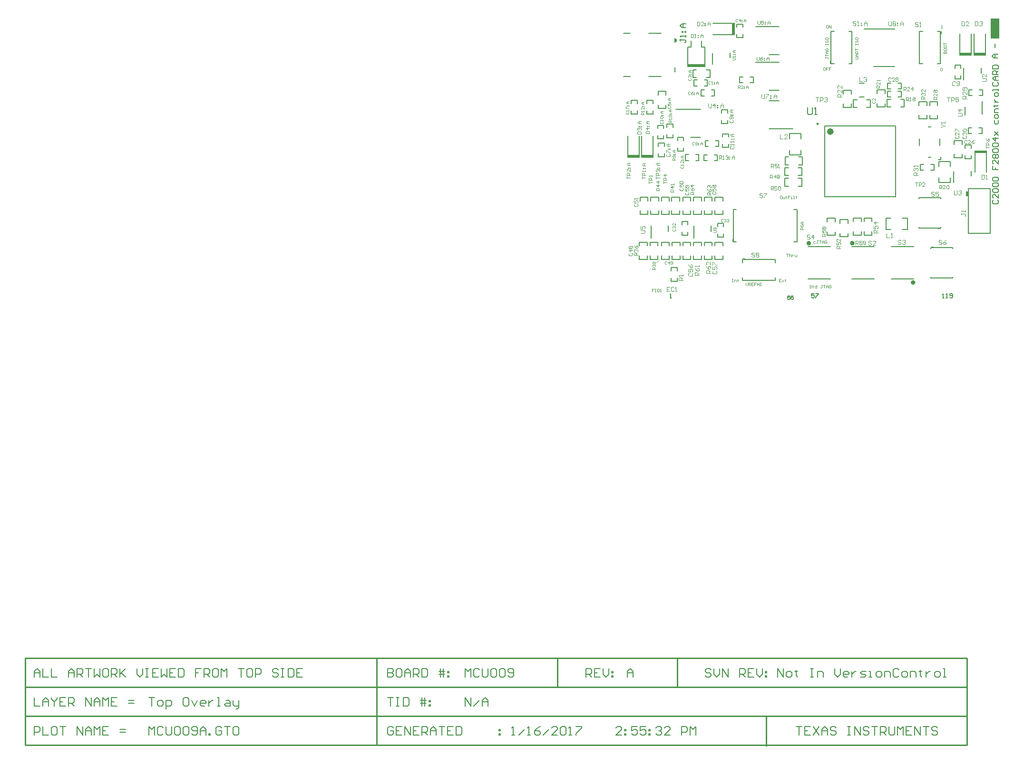
<source format=gto>
G04 Layer_Color=65280*
%FSAX25Y25*%
%MOIN*%
G70*
G01*
G75*
%ADD39C,0.01000*%
%ADD40C,0.00800*%
%ADD64C,0.00700*%
%ADD65C,0.01575*%
%ADD66C,0.00984*%
%ADD67C,0.02362*%
%ADD68C,0.00709*%
%ADD69C,0.00787*%
%ADD70C,0.00400*%
%ADD71C,0.00500*%
%ADD72C,0.00750*%
%ADD73R,0.01378X0.02362*%
%ADD74R,0.08662X0.01575*%
%ADD75R,0.01575X0.00787*%
%ADD76R,0.00925X0.01969*%
%ADD77R,0.01969X0.00925*%
%ADD78R,0.01575X0.03543*%
%ADD79R,0.12600X0.02000*%
%ADD80R,0.01575X0.08661*%
%ADD81R,0.00925X0.01968*%
%ADD82R,0.06466X0.14469*%
G54D39*
X0497200Y0080717D02*
Y0101050D01*
X0413200Y0080717D02*
Y0101050D01*
X0040000Y0080717D02*
X0700200D01*
X0040000Y0060383D02*
X0700000D01*
X0040000Y0040050D02*
X0440500D01*
X0040050Y0101050D02*
X0700200D01*
X0040050Y0040050D02*
Y0101050D01*
Y0040050D02*
X0197600D01*
X0040000D02*
Y0101050D01*
X0286500Y0040050D02*
Y0101050D01*
X0700200Y0040050D02*
Y0101050D01*
X0440500Y0040050D02*
X0700200D01*
X0559400Y0039400D02*
Y0059683D01*
G54D40*
X0126900Y0073549D02*
X0130899D01*
X0128899D01*
Y0067551D01*
X0133898D02*
X0135897D01*
X0136897Y0068550D01*
Y0070550D01*
X0135897Y0071549D01*
X0133898D01*
X0132898Y0070550D01*
Y0068550D01*
X0133898Y0067551D01*
X0138896Y0065551D02*
Y0071549D01*
X0141895D01*
X0142895Y0070550D01*
Y0068550D01*
X0141895Y0067551D01*
X0138896D01*
X0153891Y0073549D02*
X0151892D01*
X0150892Y0072549D01*
Y0068550D01*
X0151892Y0067551D01*
X0153891D01*
X0154891Y0068550D01*
Y0072549D01*
X0153891Y0073549D01*
X0156890Y0071549D02*
X0158890Y0067551D01*
X0160889Y0071549D01*
X0165887Y0067551D02*
X0163888D01*
X0162888Y0068550D01*
Y0070550D01*
X0163888Y0071549D01*
X0165887D01*
X0166887Y0070550D01*
Y0069550D01*
X0162888D01*
X0168886Y0071549D02*
Y0067551D01*
Y0069550D01*
X0169886Y0070550D01*
X0170886Y0071549D01*
X0171885D01*
X0174884Y0067551D02*
X0176884D01*
X0175884D01*
Y0073549D01*
X0174884D01*
X0180883Y0071549D02*
X0182882D01*
X0183882Y0070550D01*
Y0067551D01*
X0180883D01*
X0179883Y0068550D01*
X0180883Y0069550D01*
X0183882D01*
X0185881Y0071549D02*
Y0068550D01*
X0186881Y0067551D01*
X0189880D01*
Y0066551D01*
X0188880Y0065551D01*
X0187880D01*
X0189880Y0067551D02*
Y0071549D01*
X0567400Y0087833D02*
Y0093831D01*
X0571399Y0087833D01*
Y0093831D01*
X0574398Y0087833D02*
X0576397D01*
X0577397Y0088833D01*
Y0090832D01*
X0576397Y0091832D01*
X0574398D01*
X0573398Y0090832D01*
Y0088833D01*
X0574398Y0087833D01*
X0580396Y0092832D02*
Y0091832D01*
X0579396D01*
X0581395D01*
X0580396D01*
Y0088833D01*
X0581395Y0087833D01*
X0590393Y0093831D02*
X0592392D01*
X0591392D01*
Y0087833D01*
X0590393D01*
X0592392D01*
X0595391D02*
Y0091832D01*
X0598390D01*
X0599390Y0090832D01*
Y0087833D01*
X0607387Y0093831D02*
Y0089833D01*
X0609386Y0087833D01*
X0611386Y0089833D01*
Y0093831D01*
X0616384Y0087833D02*
X0614385D01*
X0613385Y0088833D01*
Y0090832D01*
X0614385Y0091832D01*
X0616384D01*
X0617384Y0090832D01*
Y0089833D01*
X0613385D01*
X0619383Y0091832D02*
Y0087833D01*
Y0089833D01*
X0620383Y0090832D01*
X0621383Y0091832D01*
X0622382D01*
X0625381Y0087833D02*
X0628380D01*
X0629380Y0088833D01*
X0628380Y0089833D01*
X0626381D01*
X0625381Y0090832D01*
X0626381Y0091832D01*
X0629380D01*
X0631379Y0087833D02*
X0633379D01*
X0632379D01*
Y0091832D01*
X0631379D01*
X0637377Y0087833D02*
X0639377D01*
X0640376Y0088833D01*
Y0090832D01*
X0639377Y0091832D01*
X0637377D01*
X0636378Y0090832D01*
Y0088833D01*
X0637377Y0087833D01*
X0642376D02*
Y0091832D01*
X0645375D01*
X0646374Y0090832D01*
Y0087833D01*
X0652373Y0092832D02*
X0651373Y0093831D01*
X0649373D01*
X0648374Y0092832D01*
Y0088833D01*
X0649373Y0087833D01*
X0651373D01*
X0652373Y0088833D01*
X0655372Y0087833D02*
X0657371D01*
X0658371Y0088833D01*
Y0090832D01*
X0657371Y0091832D01*
X0655372D01*
X0654372Y0090832D01*
Y0088833D01*
X0655372Y0087833D01*
X0660370D02*
Y0091832D01*
X0663369D01*
X0664369Y0090832D01*
Y0087833D01*
X0667368Y0092832D02*
Y0091832D01*
X0666368D01*
X0668367D01*
X0667368D01*
Y0088833D01*
X0668367Y0087833D01*
X0671366Y0091832D02*
Y0087833D01*
Y0089833D01*
X0672366Y0090832D01*
X0673366Y0091832D01*
X0674365D01*
X0678364Y0087833D02*
X0680364D01*
X0681363Y0088833D01*
Y0090832D01*
X0680364Y0091832D01*
X0678364D01*
X0677364Y0090832D01*
Y0088833D01*
X0678364Y0087833D01*
X0683362D02*
X0685362D01*
X0684362D01*
Y0093831D01*
X0683362D01*
X0520799Y0092832D02*
X0519799Y0093831D01*
X0517800D01*
X0516800Y0092832D01*
Y0091832D01*
X0517800Y0090832D01*
X0519799D01*
X0520799Y0089833D01*
Y0088833D01*
X0519799Y0087833D01*
X0517800D01*
X0516800Y0088833D01*
X0522798Y0093831D02*
Y0089833D01*
X0524797Y0087833D01*
X0526797Y0089833D01*
Y0093831D01*
X0528796Y0087833D02*
Y0093831D01*
X0532795Y0087833D01*
Y0093831D01*
X0540792Y0087833D02*
Y0093831D01*
X0543791D01*
X0544791Y0092832D01*
Y0090832D01*
X0543791Y0089833D01*
X0540792D01*
X0542792D02*
X0544791Y0087833D01*
X0550789Y0093831D02*
X0546790D01*
Y0087833D01*
X0550789D01*
X0546790Y0090832D02*
X0548790D01*
X0552788Y0093831D02*
Y0089833D01*
X0554788Y0087833D01*
X0556787Y0089833D01*
Y0093831D01*
X0558786Y0091832D02*
X0559786D01*
Y0090832D01*
X0558786D01*
Y0091832D01*
Y0088833D02*
X0559786D01*
Y0087833D01*
X0558786D01*
Y0088833D01*
X0433000Y0087833D02*
Y0093831D01*
X0435999D01*
X0436999Y0092832D01*
Y0090832D01*
X0435999Y0089833D01*
X0433000D01*
X0434999D02*
X0436999Y0087833D01*
X0442997Y0093831D02*
X0438998D01*
Y0087833D01*
X0442997D01*
X0438998Y0090832D02*
X0440997D01*
X0444996Y0093831D02*
Y0089833D01*
X0446995Y0087833D01*
X0448995Y0089833D01*
Y0093831D01*
X0450994Y0091832D02*
X0451994D01*
Y0090832D01*
X0450994D01*
Y0091832D01*
Y0088833D02*
X0451994D01*
Y0087833D01*
X0450994D01*
Y0088833D01*
X0126900Y0046966D02*
Y0052965D01*
X0128899Y0050965D01*
X0130899Y0052965D01*
Y0046966D01*
X0136897Y0051965D02*
X0135897Y0052965D01*
X0133898D01*
X0132898Y0051965D01*
Y0047966D01*
X0133898Y0046966D01*
X0135897D01*
X0136897Y0047966D01*
X0138896Y0052965D02*
Y0047966D01*
X0139896Y0046966D01*
X0141895D01*
X0142895Y0047966D01*
Y0052965D01*
X0144894Y0051965D02*
X0145894Y0052965D01*
X0147893D01*
X0148893Y0051965D01*
Y0047966D01*
X0147893Y0046966D01*
X0145894D01*
X0144894Y0047966D01*
Y0051965D01*
X0150892D02*
X0151892Y0052965D01*
X0153891D01*
X0154891Y0051965D01*
Y0047966D01*
X0153891Y0046966D01*
X0151892D01*
X0150892Y0047966D01*
Y0051965D01*
X0156890Y0047966D02*
X0157890Y0046966D01*
X0159889D01*
X0160889Y0047966D01*
Y0051965D01*
X0159889Y0052965D01*
X0157890D01*
X0156890Y0051965D01*
Y0050965D01*
X0157890Y0049966D01*
X0160889D01*
X0162888Y0046966D02*
Y0050965D01*
X0164888Y0052965D01*
X0166887Y0050965D01*
Y0046966D01*
Y0049966D01*
X0162888D01*
X0168886Y0046966D02*
Y0047966D01*
X0169886D01*
Y0046966D01*
X0168886D01*
X0177884Y0051965D02*
X0176884Y0052965D01*
X0174884D01*
X0173885Y0051965D01*
Y0047966D01*
X0174884Y0046966D01*
X0176884D01*
X0177884Y0047966D01*
Y0049966D01*
X0175884D01*
X0179883Y0052965D02*
X0183882D01*
X0181882D01*
Y0046966D01*
X0188880Y0052965D02*
X0186881D01*
X0185881Y0051965D01*
Y0047966D01*
X0186881Y0046966D01*
X0188880D01*
X0189880Y0047966D01*
Y0051965D01*
X0188880Y0052965D01*
X0381150Y0046966D02*
X0383149D01*
X0382150D01*
Y0052965D01*
X0381150Y0051965D01*
X0386148Y0046966D02*
X0390147Y0050965D01*
X0392146Y0046966D02*
X0394146D01*
X0393146D01*
Y0052965D01*
X0392146Y0051965D01*
X0401144Y0052965D02*
X0399144Y0051965D01*
X0397145Y0049966D01*
Y0047966D01*
X0398145Y0046966D01*
X0400144D01*
X0401144Y0047966D01*
Y0048966D01*
X0400144Y0049966D01*
X0397145D01*
X0403143Y0046966D02*
X0407142Y0050965D01*
X0413140Y0046966D02*
X0409141D01*
X0413140Y0050965D01*
Y0051965D01*
X0412140Y0052965D01*
X0410141D01*
X0409141Y0051965D01*
X0415139D02*
X0416139Y0052965D01*
X0418138D01*
X0419138Y0051965D01*
Y0047966D01*
X0418138Y0046966D01*
X0416139D01*
X0415139Y0047966D01*
Y0051965D01*
X0421137Y0046966D02*
X0423136D01*
X0422137D01*
Y0052965D01*
X0421137Y0051965D01*
X0426135Y0052965D02*
X0430134D01*
Y0051965D01*
X0426135Y0047966D01*
Y0046966D01*
X0298199Y0051965D02*
X0297199Y0052965D01*
X0295200D01*
X0294200Y0051965D01*
Y0047966D01*
X0295200Y0046966D01*
X0297199D01*
X0298199Y0047966D01*
Y0049966D01*
X0296199D01*
X0304197Y0052965D02*
X0300198D01*
Y0046966D01*
X0304197D01*
X0300198Y0049966D02*
X0302197D01*
X0306196Y0046966D02*
Y0052965D01*
X0310195Y0046966D01*
Y0052965D01*
X0316193D02*
X0312194D01*
Y0046966D01*
X0316193D01*
X0312194Y0049966D02*
X0314194D01*
X0318192Y0046966D02*
Y0052965D01*
X0321191D01*
X0322191Y0051965D01*
Y0049966D01*
X0321191Y0048966D01*
X0318192D01*
X0320192D02*
X0322191Y0046966D01*
X0324190D02*
Y0050965D01*
X0326190Y0052965D01*
X0328189Y0050965D01*
Y0046966D01*
Y0049966D01*
X0324190D01*
X0330188Y0052965D02*
X0334187D01*
X0332188D01*
Y0046966D01*
X0340185Y0052965D02*
X0336186D01*
Y0046966D01*
X0340185D01*
X0336186Y0049966D02*
X0338186D01*
X0342184Y0052965D02*
Y0046966D01*
X0345183D01*
X0346183Y0047966D01*
Y0051965D01*
X0345183Y0052965D01*
X0342184D01*
X0372175Y0050965D02*
X0373175D01*
Y0049966D01*
X0372175D01*
Y0050965D01*
Y0047966D02*
X0373175D01*
Y0046966D01*
X0372175D01*
Y0047966D01*
X0046350Y0087833D02*
Y0091832D01*
X0048349Y0093831D01*
X0050349Y0091832D01*
Y0087833D01*
Y0090832D01*
X0046350D01*
X0052348Y0093831D02*
Y0087833D01*
X0056347D01*
X0058346Y0093831D02*
Y0087833D01*
X0062345D01*
X0070342D02*
Y0091832D01*
X0072342Y0093831D01*
X0074341Y0091832D01*
Y0087833D01*
Y0090832D01*
X0070342D01*
X0076340Y0087833D02*
Y0093831D01*
X0079339D01*
X0080339Y0092832D01*
Y0090832D01*
X0079339Y0089833D01*
X0076340D01*
X0078340D02*
X0080339Y0087833D01*
X0082338Y0093831D02*
X0086337D01*
X0084338D01*
Y0087833D01*
X0088336Y0093831D02*
Y0087833D01*
X0090336Y0089833D01*
X0092335Y0087833D01*
Y0093831D01*
X0097334D02*
X0095334D01*
X0094335Y0092832D01*
Y0088833D01*
X0095334Y0087833D01*
X0097334D01*
X0098333Y0088833D01*
Y0092832D01*
X0097334Y0093831D01*
X0100332Y0087833D02*
Y0093831D01*
X0103332D01*
X0104331Y0092832D01*
Y0090832D01*
X0103332Y0089833D01*
X0100332D01*
X0102332D02*
X0104331Y0087833D01*
X0106331Y0093831D02*
Y0087833D01*
Y0089833D01*
X0110329Y0093831D01*
X0107330Y0090832D01*
X0110329Y0087833D01*
X0118327Y0093831D02*
Y0089833D01*
X0120326Y0087833D01*
X0122325Y0089833D01*
Y0093831D01*
X0124325D02*
X0126324D01*
X0125324D01*
Y0087833D01*
X0124325D01*
X0126324D01*
X0133322Y0093831D02*
X0129323D01*
Y0087833D01*
X0133322D01*
X0129323Y0090832D02*
X0131323D01*
X0135321Y0093831D02*
Y0087833D01*
X0137321Y0089833D01*
X0139320Y0087833D01*
Y0093831D01*
X0145318D02*
X0141319D01*
Y0087833D01*
X0145318D01*
X0141319Y0090832D02*
X0143319D01*
X0147317Y0093831D02*
Y0087833D01*
X0150316D01*
X0151316Y0088833D01*
Y0092832D01*
X0150316Y0093831D01*
X0147317D01*
X0163312D02*
X0159313D01*
Y0090832D01*
X0161313D01*
X0159313D01*
Y0087833D01*
X0165312D02*
Y0093831D01*
X0168310D01*
X0169310Y0092832D01*
Y0090832D01*
X0168310Y0089833D01*
X0165312D01*
X0167311D02*
X0169310Y0087833D01*
X0174309Y0093831D02*
X0172309D01*
X0171310Y0092832D01*
Y0088833D01*
X0172309Y0087833D01*
X0174309D01*
X0175308Y0088833D01*
Y0092832D01*
X0174309Y0093831D01*
X0177308Y0087833D02*
Y0093831D01*
X0179307Y0091832D01*
X0181306Y0093831D01*
Y0087833D01*
X0189304Y0093831D02*
X0193303D01*
X0191303D01*
Y0087833D01*
X0198301Y0093831D02*
X0196301D01*
X0195302Y0092832D01*
Y0088833D01*
X0196301Y0087833D01*
X0198301D01*
X0199301Y0088833D01*
Y0092832D01*
X0198301Y0093831D01*
X0201300Y0087833D02*
Y0093831D01*
X0204299D01*
X0205299Y0092832D01*
Y0090832D01*
X0204299Y0089833D01*
X0201300D01*
X0217295Y0092832D02*
X0216295Y0093831D01*
X0214296D01*
X0213296Y0092832D01*
Y0091832D01*
X0214296Y0090832D01*
X0216295D01*
X0217295Y0089833D01*
Y0088833D01*
X0216295Y0087833D01*
X0214296D01*
X0213296Y0088833D01*
X0219294Y0093831D02*
X0221293D01*
X0220294D01*
Y0087833D01*
X0219294D01*
X0221293D01*
X0224292Y0093831D02*
Y0087833D01*
X0227291D01*
X0228291Y0088833D01*
Y0092832D01*
X0227291Y0093831D01*
X0224292D01*
X0234289D02*
X0230291D01*
Y0087833D01*
X0234289D01*
X0230291Y0090832D02*
X0232290D01*
X0462150Y0087833D02*
Y0091832D01*
X0464149Y0093831D01*
X0466149Y0091832D01*
Y0087833D01*
Y0090832D01*
X0462150D01*
X0348550Y0087833D02*
Y0093831D01*
X0350549Y0091832D01*
X0352549Y0093831D01*
Y0087833D01*
X0358547Y0092832D02*
X0357547Y0093831D01*
X0355548D01*
X0354548Y0092832D01*
Y0088833D01*
X0355548Y0087833D01*
X0357547D01*
X0358547Y0088833D01*
X0360546Y0093831D02*
Y0088833D01*
X0361546Y0087833D01*
X0363545D01*
X0364545Y0088833D01*
Y0093831D01*
X0366544Y0092832D02*
X0367544Y0093831D01*
X0369543D01*
X0370543Y0092832D01*
Y0088833D01*
X0369543Y0087833D01*
X0367544D01*
X0366544Y0088833D01*
Y0092832D01*
X0372542D02*
X0373542Y0093831D01*
X0375541D01*
X0376541Y0092832D01*
Y0088833D01*
X0375541Y0087833D01*
X0373542D01*
X0372542Y0088833D01*
Y0092832D01*
X0378540Y0088833D02*
X0379540Y0087833D01*
X0381539D01*
X0382539Y0088833D01*
Y0092832D01*
X0381539Y0093831D01*
X0379540D01*
X0378540Y0092832D01*
Y0091832D01*
X0379540Y0090832D01*
X0382539D01*
X0294000Y0093831D02*
Y0087833D01*
X0296999D01*
X0297999Y0088833D01*
Y0089833D01*
X0296999Y0090832D01*
X0294000D01*
X0296999D01*
X0297999Y0091832D01*
Y0092832D01*
X0296999Y0093831D01*
X0294000D01*
X0302997D02*
X0300998D01*
X0299998Y0092832D01*
Y0088833D01*
X0300998Y0087833D01*
X0302997D01*
X0303997Y0088833D01*
Y0092832D01*
X0302997Y0093831D01*
X0305996Y0087833D02*
Y0091832D01*
X0307996Y0093831D01*
X0309995Y0091832D01*
Y0087833D01*
Y0090832D01*
X0305996D01*
X0311994Y0087833D02*
Y0093831D01*
X0314993D01*
X0315993Y0092832D01*
Y0090832D01*
X0314993Y0089833D01*
X0311994D01*
X0313994D02*
X0315993Y0087833D01*
X0317992Y0093831D02*
Y0087833D01*
X0320991D01*
X0321991Y0088833D01*
Y0092832D01*
X0320991Y0093831D01*
X0317992D01*
X0330988Y0087833D02*
Y0093831D01*
X0332987D02*
Y0087833D01*
X0329988Y0091832D02*
X0332987D01*
X0333987D01*
X0329988Y0089833D02*
X0333987D01*
X0335986Y0091832D02*
X0336986D01*
Y0090832D01*
X0335986D01*
Y0091832D01*
Y0088833D02*
X0336986D01*
Y0087833D01*
X0335986D01*
Y0088833D01*
X0046350Y0073549D02*
Y0067551D01*
X0050349D01*
X0052348D02*
Y0071549D01*
X0054347Y0073549D01*
X0056347Y0071549D01*
Y0067551D01*
Y0070550D01*
X0052348D01*
X0058346Y0073549D02*
Y0072549D01*
X0060346Y0070550D01*
X0062345Y0072549D01*
Y0073549D01*
X0060346Y0070550D02*
Y0067551D01*
X0068343Y0073549D02*
X0064344D01*
Y0067551D01*
X0068343D01*
X0064344Y0070550D02*
X0066343D01*
X0070342Y0067551D02*
Y0073549D01*
X0073341D01*
X0074341Y0072549D01*
Y0070550D01*
X0073341Y0069550D01*
X0070342D01*
X0072342D02*
X0074341Y0067551D01*
X0082338D02*
Y0073549D01*
X0086337Y0067551D01*
Y0073549D01*
X0088336Y0067551D02*
Y0071549D01*
X0090336Y0073549D01*
X0092335Y0071549D01*
Y0067551D01*
Y0070550D01*
X0088336D01*
X0094335Y0067551D02*
Y0073549D01*
X0096334Y0071549D01*
X0098333Y0073549D01*
Y0067551D01*
X0104331Y0073549D02*
X0100332D01*
Y0067551D01*
X0104331D01*
X0100332Y0070550D02*
X0102332D01*
X0112329Y0069550D02*
X0116327D01*
X0112329Y0071549D02*
X0116327D01*
X0046350Y0046966D02*
Y0052965D01*
X0049349D01*
X0050349Y0051965D01*
Y0049966D01*
X0049349Y0048966D01*
X0046350D01*
X0052348Y0052965D02*
Y0046966D01*
X0056347D01*
X0061345Y0052965D02*
X0059346D01*
X0058346Y0051965D01*
Y0047966D01*
X0059346Y0046966D01*
X0061345D01*
X0062345Y0047966D01*
Y0051965D01*
X0061345Y0052965D01*
X0064344D02*
X0068343D01*
X0066343D01*
Y0046966D01*
X0076340D02*
Y0052965D01*
X0080339Y0046966D01*
Y0052965D01*
X0082338Y0046966D02*
Y0050965D01*
X0084338Y0052965D01*
X0086337Y0050965D01*
Y0046966D01*
Y0049966D01*
X0082338D01*
X0088336Y0046966D02*
Y0052965D01*
X0090336Y0050965D01*
X0092335Y0052965D01*
Y0046966D01*
X0098333Y0052965D02*
X0094335D01*
Y0046966D01*
X0098333D01*
X0094335Y0049966D02*
X0096334D01*
X0106331Y0048966D02*
X0110329D01*
X0106331Y0050965D02*
X0110329D01*
X0458049Y0046966D02*
X0454050D01*
X0458049Y0050965D01*
Y0051965D01*
X0457049Y0052965D01*
X0455050D01*
X0454050Y0051965D01*
X0460048Y0050965D02*
X0461048D01*
Y0049966D01*
X0460048D01*
Y0050965D01*
Y0047966D02*
X0461048D01*
Y0046966D01*
X0460048D01*
Y0047966D01*
X0469045Y0052965D02*
X0465046D01*
Y0049966D01*
X0467046Y0050965D01*
X0468046D01*
X0469045Y0049966D01*
Y0047966D01*
X0468046Y0046966D01*
X0466046D01*
X0465046Y0047966D01*
X0475043Y0052965D02*
X0471044D01*
Y0049966D01*
X0473044Y0050965D01*
X0474044D01*
X0475043Y0049966D01*
Y0047966D01*
X0474044Y0046966D01*
X0472044D01*
X0471044Y0047966D01*
X0477043Y0050965D02*
X0478042D01*
Y0049966D01*
X0477043D01*
Y0050965D01*
Y0047966D02*
X0478042D01*
Y0046966D01*
X0477043D01*
Y0047966D01*
X0482041Y0051965D02*
X0483041Y0052965D01*
X0485040D01*
X0486040Y0051965D01*
Y0050965D01*
X0485040Y0049966D01*
X0484040D01*
X0485040D01*
X0486040Y0048966D01*
Y0047966D01*
X0485040Y0046966D01*
X0483041D01*
X0482041Y0047966D01*
X0492038Y0046966D02*
X0488039D01*
X0492038Y0050965D01*
Y0051965D01*
X0491038Y0052965D01*
X0489039D01*
X0488039Y0051965D01*
X0500035Y0046966D02*
Y0052965D01*
X0503034D01*
X0504034Y0051965D01*
Y0049966D01*
X0503034Y0048966D01*
X0500035D01*
X0506033Y0046966D02*
Y0052965D01*
X0508033Y0050965D01*
X0510032Y0052965D01*
Y0046966D01*
X0580500Y0052965D02*
X0584499D01*
X0582499D01*
Y0046966D01*
X0590497Y0052965D02*
X0586498D01*
Y0046966D01*
X0590497D01*
X0586498Y0049966D02*
X0588497D01*
X0592496Y0052965D02*
X0596495Y0046966D01*
Y0052965D02*
X0592496Y0046966D01*
X0598494D02*
Y0050965D01*
X0600493Y0052965D01*
X0602493Y0050965D01*
Y0046966D01*
Y0049966D01*
X0598494D01*
X0608491Y0051965D02*
X0607491Y0052965D01*
X0605492D01*
X0604492Y0051965D01*
Y0050965D01*
X0605492Y0049966D01*
X0607491D01*
X0608491Y0048966D01*
Y0047966D01*
X0607491Y0046966D01*
X0605492D01*
X0604492Y0047966D01*
X0616488Y0052965D02*
X0618488D01*
X0617488D01*
Y0046966D01*
X0616488D01*
X0618488D01*
X0621487D02*
Y0052965D01*
X0625486Y0046966D01*
Y0052965D01*
X0631484Y0051965D02*
X0630484Y0052965D01*
X0628484D01*
X0627485Y0051965D01*
Y0050965D01*
X0628484Y0049966D01*
X0630484D01*
X0631484Y0048966D01*
Y0047966D01*
X0630484Y0046966D01*
X0628484D01*
X0627485Y0047966D01*
X0633483Y0052965D02*
X0637482D01*
X0635482D01*
Y0046966D01*
X0639481D02*
Y0052965D01*
X0642480D01*
X0643480Y0051965D01*
Y0049966D01*
X0642480Y0048966D01*
X0639481D01*
X0641480D02*
X0643480Y0046966D01*
X0645479Y0052965D02*
Y0047966D01*
X0646479Y0046966D01*
X0648478D01*
X0649478Y0047966D01*
Y0052965D01*
X0651477Y0046966D02*
Y0052965D01*
X0653476Y0050965D01*
X0655476Y0052965D01*
Y0046966D01*
X0661474Y0052965D02*
X0657475D01*
Y0046966D01*
X0661474D01*
X0657475Y0049966D02*
X0659474D01*
X0663473Y0046966D02*
Y0052965D01*
X0667472Y0046966D01*
Y0052965D01*
X0669471D02*
X0673470D01*
X0671471D01*
Y0046966D01*
X0679468Y0051965D02*
X0678468Y0052965D01*
X0676469D01*
X0675469Y0051965D01*
Y0050965D01*
X0676469Y0049966D01*
X0678468D01*
X0679468Y0048966D01*
Y0047966D01*
X0678468Y0046966D01*
X0676469D01*
X0675469Y0047966D01*
X0294000Y0073498D02*
X0297999D01*
X0295999D01*
Y0067500D01*
X0299998Y0073498D02*
X0301997D01*
X0300998D01*
Y0067500D01*
X0299998D01*
X0301997D01*
X0304996Y0073498D02*
Y0067500D01*
X0307996D01*
X0308995Y0068500D01*
Y0072498D01*
X0307996Y0073498D01*
X0304996D01*
X0317992Y0067500D02*
Y0073498D01*
X0319992D02*
Y0067500D01*
X0316993Y0071499D02*
X0319992D01*
X0320991D01*
X0316993Y0069499D02*
X0320991D01*
X0322991Y0071499D02*
X0323990D01*
Y0070499D01*
X0322991D01*
Y0071499D01*
Y0068500D02*
X0323990D01*
Y0067500D01*
X0322991D01*
Y0068500D01*
X0348550Y0067500D02*
Y0073498D01*
X0352549Y0067500D01*
Y0073498D01*
X0354548Y0067500D02*
X0358547Y0071499D01*
X0360546Y0067500D02*
Y0071499D01*
X0362545Y0073498D01*
X0364545Y0071499D01*
Y0067500D01*
Y0070499D01*
X0360546D01*
G54D64*
X0506810Y0529944D02*
Y0534244D01*
X0504460Y0517174D02*
Y0526244D01*
Y0529944D01*
X0506810D01*
X0514010D02*
X0516360D01*
Y0526244D02*
Y0529944D01*
Y0517174D02*
Y0526244D01*
X0514010Y0529944D02*
Y0534244D01*
X0651700Y0504450D02*
X0654000D01*
Y0500350D02*
Y0504450D01*
X0651700Y0500350D02*
X0654000D01*
X0644400Y0504450D02*
X0646700D01*
X0644400Y0500350D02*
Y0504450D01*
Y0500350D02*
X0646700D01*
X0470473Y0380902D02*
Y0383500D01*
Y0380902D02*
X0475920D01*
Y0383500D01*
Y0390300D02*
Y0392898D01*
X0470473D02*
X0475920D01*
X0470473Y0390300D02*
Y0392898D01*
X0493473Y0380902D02*
Y0383500D01*
Y0380902D02*
X0498920D01*
Y0383500D01*
Y0390300D02*
Y0392898D01*
X0493473D02*
X0498920D01*
X0493473Y0390300D02*
Y0392898D01*
X0498617Y0421910D02*
Y0424509D01*
X0493170D02*
X0498617D01*
X0493170Y0421910D02*
Y0424509D01*
Y0412512D02*
Y0415110D01*
Y0412512D02*
X0498617D01*
Y0415110D01*
X0476427Y0421800D02*
Y0424398D01*
X0470980D02*
X0476427D01*
X0470980Y0421800D02*
Y0424398D01*
Y0412402D02*
Y0415000D01*
Y0412402D02*
X0476427D01*
Y0415000D01*
X0500973Y0380902D02*
Y0383500D01*
Y0380902D02*
X0506420D01*
Y0383500D01*
Y0390300D02*
Y0392898D01*
X0500973D02*
X0506420D01*
X0500973Y0390300D02*
Y0392898D01*
X0523473Y0380902D02*
Y0383500D01*
Y0380902D02*
X0528920D01*
Y0383500D01*
Y0390300D02*
Y0392898D01*
X0523473D02*
X0528920D01*
X0523473Y0390300D02*
Y0392898D01*
X0528927Y0421800D02*
Y0424398D01*
X0523480D02*
X0528927D01*
X0523480Y0421800D02*
Y0424398D01*
Y0412402D02*
Y0415000D01*
Y0412402D02*
X0528927D01*
Y0415000D01*
X0506426Y0421800D02*
Y0424398D01*
X0500980D02*
X0506426D01*
X0500980Y0421800D02*
Y0424398D01*
Y0412402D02*
Y0415000D01*
Y0412402D02*
X0506426D01*
Y0415000D01*
X0500340Y0405160D02*
Y0407460D01*
X0504440D01*
Y0405160D02*
Y0407460D01*
X0500340Y0397860D02*
Y0400160D01*
Y0397860D02*
X0504440D01*
Y0400160D01*
X0525340Y0403660D02*
Y0405960D01*
X0529440D01*
Y0403660D02*
Y0405960D01*
X0525340Y0396360D02*
Y0398660D01*
Y0396360D02*
X0529440D01*
Y0398660D01*
X0492840Y0372660D02*
Y0374960D01*
X0496940D01*
Y0372660D02*
Y0374960D01*
X0492840Y0365360D02*
Y0367660D01*
Y0365360D02*
X0496940D01*
Y0367660D01*
X0477973Y0390300D02*
Y0392898D01*
X0483420D01*
Y0390300D02*
Y0392898D01*
Y0380902D02*
Y0383500D01*
X0477973Y0380902D02*
X0483420D01*
X0477973D02*
Y0383500D01*
X0485973Y0390300D02*
Y0392898D01*
X0491420D01*
Y0390300D02*
Y0392898D01*
Y0380902D02*
Y0383500D01*
X0485973Y0380902D02*
X0491420D01*
X0485973D02*
Y0383500D01*
X0491427Y0412402D02*
Y0415000D01*
X0485980Y0412402D02*
X0491427D01*
X0485980D02*
Y0415000D01*
Y0421800D02*
Y0424398D01*
X0491427D01*
Y0421800D02*
Y0424398D01*
X0483927Y0412402D02*
Y0415000D01*
X0478480Y0412402D02*
X0483927D01*
X0478480D02*
Y0415000D01*
Y0421800D02*
Y0424398D01*
X0483927D01*
Y0421800D02*
Y0424398D01*
X0508473Y0390300D02*
Y0392898D01*
X0513920D01*
Y0390300D02*
Y0392898D01*
Y0380902D02*
Y0383500D01*
X0508473Y0380902D02*
X0513920D01*
X0508473D02*
Y0383500D01*
X0515973Y0390300D02*
Y0392898D01*
X0521420D01*
Y0390300D02*
Y0392898D01*
Y0380902D02*
Y0383500D01*
X0515973Y0380902D02*
X0521420D01*
X0515973D02*
Y0383500D01*
X0521427Y0412402D02*
Y0415000D01*
X0515980Y0412402D02*
X0521427D01*
X0515980D02*
Y0415000D01*
Y0421800D02*
Y0424398D01*
X0521427D01*
Y0421800D02*
Y0424398D01*
X0513927Y0412402D02*
Y0415000D01*
X0508480Y0412402D02*
X0513927D01*
X0508480D02*
Y0415000D01*
Y0421800D02*
Y0424398D01*
X0513927D01*
Y0421800D02*
Y0424398D01*
X0581900Y0445127D02*
X0584498D01*
Y0439680D02*
Y0445127D01*
X0581900Y0439680D02*
X0584498D01*
X0572502D02*
X0575100D01*
X0572502D02*
Y0445127D01*
X0575100D01*
X0582000Y0452627D02*
X0584598D01*
Y0447180D02*
Y0452627D01*
X0582000Y0447180D02*
X0584598D01*
X0572602D02*
X0575200D01*
X0572602D02*
Y0452627D01*
X0575200D01*
X0627973Y0407300D02*
Y0409898D01*
X0633420D01*
Y0407300D02*
Y0409898D01*
Y0397902D02*
Y0400500D01*
X0627973Y0397902D02*
X0633420D01*
X0627973D02*
Y0400500D01*
X0515910Y0506694D02*
X0518210D01*
Y0502594D02*
Y0506694D01*
X0515910Y0502594D02*
X0518210D01*
X0508610Y0506694D02*
X0510910D01*
X0508610Y0502594D02*
Y0506694D01*
Y0502594D02*
X0510910D01*
X0517310Y0513871D02*
X0519908D01*
Y0508424D02*
Y0513871D01*
X0517310Y0508424D02*
X0519908D01*
X0507911D02*
X0510510D01*
X0507911D02*
Y0513871D01*
X0510510D01*
X0538860Y0543644D02*
Y0545944D01*
X0542960D01*
Y0543644D02*
Y0545944D01*
X0538860Y0536344D02*
Y0538644D01*
Y0536344D02*
X0542960D01*
Y0538644D01*
X0489117Y0486662D02*
Y0489260D01*
X0483670Y0486662D02*
X0489117D01*
X0483670D02*
Y0489260D01*
Y0496060D02*
Y0498658D01*
X0489117D01*
Y0496060D02*
Y0498658D01*
X0520910Y0499694D02*
X0523210D01*
Y0495594D02*
Y0499694D01*
X0520910Y0495594D02*
X0523210D01*
X0513610Y0499694D02*
X0515910D01*
X0513610Y0495594D02*
Y0499694D01*
Y0495594D02*
X0515910D01*
X0487940Y0452860D02*
Y0455160D01*
X0483840Y0452860D02*
X0487940D01*
X0483840D02*
Y0455160D01*
X0487940Y0460160D02*
Y0462460D01*
X0483840D02*
X0487940D01*
X0483840Y0460160D02*
Y0462460D01*
X0523890Y0464210D02*
X0526190D01*
Y0460110D02*
Y0464210D01*
X0523890Y0460110D02*
X0526190D01*
X0516590Y0464210D02*
X0518890D01*
X0516590Y0460110D02*
Y0464210D01*
Y0460110D02*
X0518890D01*
X0691650Y0514900D02*
Y0517200D01*
X0695750D01*
Y0514900D02*
Y0517200D01*
X0691650Y0507600D02*
Y0509900D01*
Y0507600D02*
X0695750D01*
Y0509900D01*
X0532310Y0476234D02*
Y0478534D01*
X0528210Y0476234D02*
X0532310D01*
X0528210D02*
Y0478534D01*
X0532310Y0483534D02*
Y0485834D01*
X0528210D02*
X0532310D01*
X0528210Y0483534D02*
Y0485834D01*
X0487460Y0465344D02*
Y0467644D01*
X0483360Y0465344D02*
X0487460D01*
X0483360D02*
Y0467644D01*
X0487460Y0472644D02*
Y0474944D01*
X0483360D02*
X0487460D01*
X0483360Y0472644D02*
Y0474944D01*
X0528860Y0466644D02*
Y0468944D01*
X0532960D01*
Y0466644D02*
Y0468944D01*
X0528860Y0459344D02*
Y0461644D01*
Y0459344D02*
X0532960D01*
Y0461644D01*
X0509925Y0454344D02*
X0512225D01*
Y0450244D02*
Y0454344D01*
X0509925Y0450244D02*
X0512225D01*
X0502625Y0454344D02*
X0504925D01*
X0502625Y0450244D02*
Y0454344D01*
Y0450244D02*
X0504925D01*
X0468960Y0482844D02*
Y0485144D01*
X0464860Y0482844D02*
X0468960D01*
X0464860D02*
Y0485144D01*
X0468960Y0490144D02*
Y0492444D01*
X0464860D02*
X0468960D01*
X0464860Y0490144D02*
Y0492444D01*
X0698840Y0458660D02*
Y0460960D01*
X0702940D01*
Y0458660D02*
Y0460960D01*
X0698840Y0451360D02*
Y0453660D01*
Y0451360D02*
X0702940D01*
Y0453660D01*
X0696617Y0452162D02*
Y0454760D01*
X0691170Y0452162D02*
X0696617D01*
X0691170D02*
Y0454760D01*
Y0461560D02*
Y0464158D01*
X0696617D01*
Y0461560D02*
Y0464158D01*
X0701090Y0469110D02*
X0703390D01*
X0701090D02*
Y0473210D01*
X0703390D01*
X0708390Y0469110D02*
X0710690D01*
Y0473210D01*
X0708390D02*
X0710690D01*
X0654890Y0409660D02*
X0658290D01*
Y0405660D02*
Y0409660D01*
Y0401660D02*
Y0405660D01*
X0654890Y0401660D02*
X0658290D01*
X0643490D02*
X0646890D01*
X0643490D02*
Y0405660D01*
Y0409660D01*
X0646890D01*
X0575890Y0465560D02*
Y0468960D01*
X0579890D01*
X0583890D01*
Y0465560D02*
Y0468960D01*
Y0454160D02*
Y0457560D01*
X0579890Y0454160D02*
X0583890D01*
X0575890D02*
X0579890D01*
X0575890D02*
Y0457560D01*
X0547989Y0508774D02*
X0550289D01*
Y0504674D02*
Y0508774D01*
X0547989Y0504674D02*
X0550289D01*
X0540689Y0508774D02*
X0542989D01*
X0540689Y0504674D02*
Y0508774D01*
Y0504674D02*
X0542989D01*
X0501440Y0456860D02*
Y0459160D01*
X0497340Y0456860D02*
X0501440D01*
X0497340D02*
Y0459160D01*
X0501440Y0464160D02*
Y0466460D01*
X0497340D02*
X0501440D01*
X0497340Y0464160D02*
Y0466460D01*
X0493939Y0466224D02*
Y0468524D01*
X0489839Y0466224D02*
X0493939D01*
X0489839D02*
Y0468524D01*
X0493939Y0473524D02*
Y0475824D01*
X0489839D02*
X0493939D01*
X0489839Y0473524D02*
Y0475824D01*
X0479940Y0482860D02*
Y0485160D01*
X0475840Y0482860D02*
X0479940D01*
X0475840D02*
Y0485160D01*
X0479940Y0490160D02*
Y0492460D01*
X0475840D02*
X0479940D01*
X0475840Y0490160D02*
Y0492460D01*
X0515610Y0450094D02*
X0517910D01*
X0515610D02*
Y0454194D01*
X0517910D01*
X0522910Y0450094D02*
X0525210D01*
Y0454194D01*
X0522910D02*
X0525210D01*
X0620473Y0407300D02*
Y0409898D01*
X0625920D01*
Y0407300D02*
Y0409898D01*
Y0397902D02*
Y0400500D01*
X0620473Y0397902D02*
X0625920D01*
X0620473D02*
Y0400500D01*
X0602163Y0407060D02*
Y0409658D01*
X0607610D01*
Y0407060D02*
Y0409658D01*
Y0397662D02*
Y0400260D01*
X0602163Y0397662D02*
X0607610D01*
X0602163D02*
Y0400260D01*
X0611163Y0406060D02*
Y0408658D01*
X0616610D01*
Y0406060D02*
Y0408658D01*
Y0396662D02*
Y0399260D01*
X0611163Y0396662D02*
X0616610D01*
X0611163D02*
Y0399260D01*
X0581900Y0437627D02*
X0584498D01*
Y0432180D02*
Y0437627D01*
X0581900Y0432180D02*
X0584498D01*
X0572502D02*
X0575100D01*
X0572502D02*
Y0437627D01*
X0575100D01*
X0666473Y0488800D02*
Y0491398D01*
X0671920D01*
Y0488800D02*
Y0491398D01*
Y0479402D02*
Y0482000D01*
X0666473Y0479402D02*
X0671920D01*
X0666473D02*
Y0482000D01*
X0667400Y0443350D02*
X0669700D01*
X0667400D02*
Y0447450D01*
X0669700D01*
X0674700Y0443350D02*
X0677000D01*
Y0447450D01*
X0674700D02*
X0677000D01*
X0708700Y0499950D02*
X0711000D01*
Y0495850D02*
Y0499950D01*
X0708700Y0495850D02*
X0711000D01*
X0701400Y0499950D02*
X0703700D01*
X0701400Y0495850D02*
Y0499950D01*
Y0495850D02*
X0703700D01*
X0673973Y0488800D02*
Y0491398D01*
X0679420D01*
Y0488800D02*
Y0491398D01*
Y0479402D02*
Y0482000D01*
X0673973Y0479402D02*
X0679420D01*
X0673973D02*
Y0482000D01*
X0651700Y0498950D02*
X0654000D01*
Y0494850D02*
Y0498950D01*
X0651700Y0494850D02*
X0654000D01*
X0644400Y0498950D02*
X0646700D01*
X0644400Y0494850D02*
Y0498950D01*
Y0494850D02*
X0646700D01*
X0613473Y0496800D02*
Y0499398D01*
X0618920D01*
Y0496800D02*
Y0499398D01*
Y0487402D02*
Y0490000D01*
X0613473Y0487402D02*
X0618920D01*
X0613473D02*
Y0490000D01*
X0642617Y0487662D02*
Y0490260D01*
X0637170Y0487662D02*
X0642617D01*
X0637170D02*
Y0490260D01*
Y0497060D02*
Y0499658D01*
X0642617D01*
Y0497060D02*
Y0499658D01*
X0680390Y0446160D02*
Y0449560D01*
X0684390D01*
X0688390D01*
Y0446160D02*
Y0449560D01*
Y0434760D02*
Y0438160D01*
X0684390Y0434760D02*
X0688390D01*
X0680390D02*
X0684390D01*
X0680390D02*
Y0438160D01*
X0653600Y0493127D02*
X0656198D01*
Y0487680D02*
Y0493127D01*
X0653600Y0487680D02*
X0656198D01*
X0644202D02*
X0646800D01*
X0644202D02*
Y0493127D01*
X0646800D01*
X0629790Y0492887D02*
X0632388D01*
Y0487440D02*
Y0492887D01*
X0629790Y0487440D02*
X0632388D01*
X0620392D02*
X0622990D01*
X0620392D02*
Y0492887D01*
X0622990D01*
X0719791Y0529460D02*
Y0532126D01*
X0721590Y0522260D02*
X0718924D01*
X0717591Y0523593D01*
X0718924Y0524926D01*
X0721590D01*
X0719591D01*
Y0522260D01*
X0718658Y0422326D02*
X0717991Y0421659D01*
Y0420327D01*
X0718658Y0419660D01*
X0721323D01*
X0721990Y0420327D01*
Y0421659D01*
X0721323Y0422326D01*
X0721990Y0426325D02*
Y0423659D01*
X0719324Y0426325D01*
X0718658D01*
X0717991Y0425658D01*
Y0424325D01*
X0718658Y0423659D01*
Y0427657D02*
X0717991Y0428324D01*
Y0429657D01*
X0718658Y0430323D01*
X0721323D01*
X0721990Y0429657D01*
Y0428324D01*
X0721323Y0427657D01*
X0718658D01*
Y0431656D02*
X0717991Y0432323D01*
Y0433656D01*
X0718658Y0434322D01*
X0721323D01*
X0721990Y0433656D01*
Y0432323D01*
X0721323Y0431656D01*
X0718658D01*
Y0435655D02*
X0717991Y0436321D01*
Y0437654D01*
X0718658Y0438321D01*
X0721323D01*
X0721990Y0437654D01*
Y0436321D01*
X0721323Y0435655D01*
X0718658D01*
X0717991Y0446318D02*
Y0443652D01*
X0719991D01*
Y0444985D01*
Y0443652D01*
X0721990D01*
Y0450317D02*
Y0447651D01*
X0719324Y0450317D01*
X0718658D01*
X0717991Y0449650D01*
Y0448317D01*
X0718658Y0447651D01*
Y0451650D02*
X0717991Y0452316D01*
Y0453649D01*
X0718658Y0454316D01*
X0719324D01*
X0719991Y0453649D01*
X0720657Y0454316D01*
X0721323D01*
X0721990Y0453649D01*
Y0452316D01*
X0721323Y0451650D01*
X0720657D01*
X0719991Y0452316D01*
X0719324Y0451650D01*
X0718658D01*
X0719991Y0452316D02*
Y0453649D01*
X0718658Y0455648D02*
X0717991Y0456315D01*
Y0457648D01*
X0718658Y0458314D01*
X0721323D01*
X0721990Y0457648D01*
Y0456315D01*
X0721323Y0455648D01*
X0718658D01*
Y0459647D02*
X0717991Y0460314D01*
Y0461647D01*
X0718658Y0462313D01*
X0721323D01*
X0721990Y0461647D01*
Y0460314D01*
X0721323Y0459647D01*
X0718658D01*
X0721990Y0465645D02*
X0717991D01*
X0719991Y0463646D01*
Y0466312D01*
X0719324Y0467645D02*
X0721990Y0470310D01*
X0720657Y0468977D01*
X0719324Y0470310D01*
X0721990Y0467645D01*
X0719324Y0478308D02*
Y0476308D01*
X0719991Y0475642D01*
X0721323D01*
X0721990Y0476308D01*
Y0478308D01*
Y0480307D02*
Y0481640D01*
X0721323Y0482306D01*
X0719991D01*
X0719324Y0481640D01*
Y0480307D01*
X0719991Y0479641D01*
X0721323D01*
X0721990Y0480307D01*
Y0483639D02*
X0719324D01*
Y0485639D01*
X0719991Y0486305D01*
X0721990D01*
X0718658Y0488305D02*
X0719324D01*
Y0487638D01*
Y0488971D01*
Y0488305D01*
X0721323D01*
X0721990Y0488971D01*
X0719324Y0490970D02*
X0721990D01*
X0720657D01*
X0719991Y0491637D01*
X0719324Y0492303D01*
Y0492970D01*
X0721990Y0495636D02*
Y0496968D01*
X0721323Y0497635D01*
X0719991D01*
X0719324Y0496968D01*
Y0495636D01*
X0719991Y0494969D01*
X0721323D01*
X0721990Y0495636D01*
Y0498968D02*
Y0500301D01*
Y0499634D01*
X0717991D01*
Y0498968D01*
X0718658Y0504966D02*
X0717991Y0504299D01*
Y0502966D01*
X0718658Y0502300D01*
X0721323D01*
X0721990Y0502966D01*
Y0504299D01*
X0721323Y0504966D01*
X0721990Y0506299D02*
X0719324D01*
X0717991Y0507632D01*
X0719324Y0508964D01*
X0721990D01*
X0719991D01*
Y0506299D01*
X0721990Y0510297D02*
X0717991D01*
Y0512297D01*
X0718658Y0512963D01*
X0719991D01*
X0720657Y0512297D01*
Y0510297D01*
Y0511630D02*
X0721990Y0512963D01*
X0717991Y0514296D02*
X0721990D01*
Y0516295D01*
X0721323Y0516962D01*
X0718658D01*
X0717991Y0516295D01*
Y0514296D01*
G54D65*
X0620507Y0392179D02*
G03*
X0620507Y0392179I-0000787J0000000D01*
G01*
X0590007D02*
G03*
X0590007Y0392179I-0000787J0000000D01*
G01*
X0663158Y0364620D02*
G03*
X0663158Y0364620I-0000787J0000000D01*
G01*
G54D66*
X0595869Y0475994D02*
G03*
X0595869Y0475994I-0000492J0000000D01*
G01*
G54D67*
X0605515Y0470482D02*
G03*
X0605515Y0470482I-0001181J0000000D01*
G01*
G54D68*
X0680959Y0460865D02*
Y0465589D01*
X0666786Y0460865D02*
Y0465589D01*
X0673085Y0473857D02*
X0674660D01*
X0673085Y0452597D02*
X0674660D01*
X0681648Y0450825D02*
Y0452794D01*
X0680073Y0450825D02*
X0681648D01*
G54D69*
X0495329Y0512435D02*
Y0515388D01*
Y0533105D02*
Y0536058D01*
X0477219Y0539404D02*
X0485880D01*
X0477219Y0509089D02*
X0485880D01*
X0459502Y0539404D02*
X0464227D01*
X0459502Y0509089D02*
X0464227D01*
X0705044Y0525373D02*
Y0539152D01*
Y0525373D02*
X0712918D01*
Y0539152D01*
X0713637Y0441994D02*
Y0455774D01*
X0705763D02*
X0713637D01*
X0705763Y0441994D02*
Y0455774D01*
X0472152Y0453650D02*
Y0467429D01*
Y0453650D02*
X0480026D01*
Y0467429D01*
X0666523Y0402770D02*
Y0403361D01*
X0681877Y0423439D02*
Y0424030D01*
X0679909D02*
X0681877D01*
X0668491Y0402770D02*
X0681877D01*
X0666523Y0424030D02*
X0679909D01*
X0666523Y0402770D02*
X0668491D01*
X0681877D02*
Y0403361D01*
X0666523Y0423439D02*
Y0424030D01*
X0619326Y0366983D02*
X0635074D01*
X0619326Y0389817D02*
X0635074D01*
X0536397Y0392983D02*
Y0415817D01*
Y0392983D02*
X0538543D01*
X0536397Y0415817D02*
X0538543D01*
X0578858D02*
X0581003D01*
X0578858Y0392983D02*
X0581003D01*
Y0415817D01*
X0542783Y0380703D02*
X0565617D01*
X0542783Y0378557D02*
Y0380703D01*
X0565617Y0378557D02*
Y0380703D01*
Y0366097D02*
Y0368243D01*
X0542783Y0366097D02*
Y0368243D01*
Y0366097D02*
X0565617D01*
X0496130Y0485987D02*
X0513453D01*
X0506366Y0466302D02*
X0513453D01*
X0716439Y0399076D02*
X0716439Y0430572D01*
X0700939D02*
X0716439D01*
X0700939Y0399076D02*
X0716439D01*
X0700939D02*
Y0430572D01*
X0600397Y0424813D02*
Y0474419D01*
X0650003Y0424813D02*
Y0474419D01*
X0600397D02*
X0650003D01*
X0600397Y0424813D02*
X0650003D01*
X0634726Y0516052D02*
X0649293D01*
X0628230Y0542430D02*
X0649293D01*
X0698700Y0482144D02*
Y0487656D01*
X0710704Y0482735D02*
Y0491790D01*
X0520802Y0400530D02*
Y0404369D01*
X0508598Y0395806D02*
Y0404369D01*
X0690788Y0434762D02*
Y0442538D01*
X0702992Y0439585D02*
Y0442636D01*
X0561469Y0472404D02*
X0578004D01*
X0561469Y0492089D02*
X0568555D01*
X0624815Y0494936D02*
X0627965D01*
X0624815Y0504384D02*
X0627965D01*
X0695075Y0525373D02*
Y0539152D01*
Y0525373D02*
X0702949D01*
Y0539152D01*
X0522042Y0538579D02*
X0535822D01*
Y0546453D01*
X0522042D02*
X0535822D01*
X0462472Y0453632D02*
Y0467412D01*
Y0453632D02*
X0470347D01*
Y0467412D01*
X0619503Y0517983D02*
Y0540817D01*
X0617357Y0517983D02*
X0619503D01*
X0617357Y0540817D02*
X0619503D01*
X0604897D02*
X0607042D01*
X0604897Y0517983D02*
X0607042D01*
X0604897D02*
Y0540817D01*
X0681503Y0517983D02*
Y0540817D01*
X0679358D02*
X0681503D01*
X0679358Y0517983D02*
X0681503D01*
X0666897D02*
X0669043D01*
X0666897Y0540817D02*
X0669043D01*
X0666897Y0517983D02*
Y0540817D01*
X0521807Y0517747D02*
Y0525522D01*
X0534012Y0522569D02*
Y0525621D01*
X0710083Y0511377D02*
Y0515215D01*
X0697878Y0506652D02*
Y0515215D01*
X0552020Y0544089D02*
X0568555D01*
X0561469Y0524404D02*
X0568555D01*
X0490802Y0400530D02*
Y0404368D01*
X0478598Y0395806D02*
Y0404368D01*
X0552020Y0519089D02*
X0568555D01*
X0561469Y0499404D02*
X0568555D01*
X0690067Y0388439D02*
Y0389030D01*
X0674713Y0367770D02*
Y0368361D01*
Y0367770D02*
X0676681D01*
X0674713Y0389030D02*
X0688099D01*
X0676681Y0367770D02*
X0690067D01*
X0688099Y0389030D02*
X0690067D01*
X0674713Y0388439D02*
Y0389030D01*
X0690067Y0367770D02*
Y0368361D01*
X0588826Y0366983D02*
X0604574D01*
X0588826Y0389817D02*
X0604574D01*
X0647016D02*
X0662764D01*
X0647016Y0366983D02*
X0662764D01*
G54D70*
X0482890Y0378660D02*
X0484890Y0380660D01*
X0681891Y0473360D02*
X0682391D01*
X0683391Y0474360D01*
X0682391Y0475359D01*
X0681891D01*
X0683391Y0474360D02*
X0684890D01*
Y0476359D02*
Y0477359D01*
Y0476859D01*
X0681891D01*
X0682391Y0476359D01*
X0705890Y0547659D02*
Y0544660D01*
X0707389D01*
X0707889Y0545160D01*
Y0547159D01*
X0707389Y0547659D01*
X0705890D01*
X0708889Y0547159D02*
X0709389Y0547659D01*
X0710389D01*
X0710888Y0547159D01*
Y0546659D01*
X0710389Y0546160D01*
X0709889D01*
X0710389D01*
X0710888Y0545660D01*
Y0545160D01*
X0710389Y0544660D01*
X0709389D01*
X0708889Y0545160D01*
X0710390Y0440259D02*
Y0437260D01*
X0711890D01*
X0712389Y0437760D01*
Y0439759D01*
X0711890Y0440259D01*
X0710390D01*
X0713389Y0437260D02*
X0714389D01*
X0713889D01*
Y0440259D01*
X0713389Y0439759D01*
X0474908Y0469156D02*
X0477407D01*
Y0470405D01*
X0476991Y0470822D01*
X0475325D01*
X0474908Y0470405D01*
Y0469156D01*
X0477407Y0472905D02*
X0474908D01*
X0476158Y0471655D01*
Y0473321D01*
X0475741Y0474154D02*
Y0474571D01*
X0476158D01*
Y0474154D01*
X0475741D01*
X0476991D02*
Y0474571D01*
X0477407D01*
Y0474154D01*
X0476991D01*
X0477407Y0476237D02*
X0475741D01*
X0474908Y0477070D01*
X0475741Y0477903D01*
X0477407D01*
X0476158D01*
Y0476237D01*
X0461701Y0437360D02*
Y0439026D01*
Y0438193D01*
X0464200D01*
Y0439859D02*
X0461701D01*
Y0441109D01*
X0462117Y0441525D01*
X0462950D01*
X0463367Y0441109D01*
Y0439859D01*
X0464200Y0444025D02*
Y0442358D01*
X0462534Y0444025D01*
X0462117D01*
X0461701Y0443608D01*
Y0442775D01*
X0462117Y0442358D01*
X0462534Y0444858D02*
Y0445274D01*
X0462950D01*
Y0444858D01*
X0462534D01*
X0463784D02*
Y0445274D01*
X0464200D01*
Y0444858D01*
X0463784D01*
X0464200Y0446940D02*
X0462534D01*
X0461701Y0447773D01*
X0462534Y0448606D01*
X0464200D01*
X0462950D01*
Y0446940D01*
X0663890Y0434759D02*
X0665556D01*
X0664723D01*
Y0432260D01*
X0666389D02*
Y0434759D01*
X0667639D01*
X0668055Y0434343D01*
Y0433510D01*
X0667639Y0433093D01*
X0666389D01*
X0670554Y0432260D02*
X0668888D01*
X0670554Y0433926D01*
Y0434343D01*
X0670138Y0434759D01*
X0669305D01*
X0668888Y0434343D01*
X0476991Y0433960D02*
Y0435626D01*
Y0434793D01*
X0479490D01*
Y0436459D02*
X0476991D01*
Y0437709D01*
X0477407Y0438125D01*
X0478240D01*
X0478657Y0437709D01*
Y0436459D01*
X0479490Y0438958D02*
Y0439791D01*
Y0439375D01*
X0476991D01*
X0477407Y0438958D01*
X0677089Y0427659D02*
X0676589Y0428159D01*
X0675590D01*
X0675090Y0427659D01*
Y0427159D01*
X0675590Y0426659D01*
X0676589D01*
X0677089Y0426160D01*
Y0425660D01*
X0676589Y0425160D01*
X0675590D01*
X0675090Y0425660D01*
X0680088Y0428159D02*
X0678089D01*
Y0426659D01*
X0679089Y0427159D01*
X0679589D01*
X0680088Y0426659D01*
Y0425660D01*
X0679589Y0425160D01*
X0678589D01*
X0678089Y0425660D01*
X0632989Y0393359D02*
X0632489Y0393859D01*
X0631490D01*
X0630990Y0393359D01*
Y0392859D01*
X0631490Y0392359D01*
X0632489D01*
X0632989Y0391860D01*
Y0391360D01*
X0632489Y0390860D01*
X0631490D01*
X0630990Y0391360D01*
X0635988Y0390860D02*
X0633989D01*
X0635988Y0392859D01*
Y0393359D01*
X0635489Y0393859D01*
X0634489D01*
X0633989Y0393359D01*
X0556789Y0426659D02*
X0556289Y0427159D01*
X0555290D01*
X0554790Y0426659D01*
Y0426159D01*
X0555290Y0425660D01*
X0556289D01*
X0556789Y0425160D01*
Y0424660D01*
X0556289Y0424160D01*
X0555290D01*
X0554790Y0424660D01*
X0557789Y0427159D02*
X0559788D01*
Y0426659D01*
X0557789Y0424660D01*
Y0424160D01*
X0551189Y0384959D02*
X0550690Y0385459D01*
X0549690D01*
X0549190Y0384959D01*
Y0384459D01*
X0549690Y0383960D01*
X0550690D01*
X0551189Y0383460D01*
Y0382960D01*
X0550690Y0382460D01*
X0549690D01*
X0549190Y0382960D01*
X0552189Y0384959D02*
X0552689Y0385459D01*
X0553689D01*
X0554188Y0384959D01*
Y0384459D01*
X0553689Y0383960D01*
X0554188Y0383460D01*
Y0382960D01*
X0553689Y0382460D01*
X0552689D01*
X0552189Y0382960D01*
Y0383460D01*
X0552689Y0383960D01*
X0552189Y0384459D01*
Y0384959D01*
X0552689Y0383960D02*
X0553689D01*
X0518890Y0490159D02*
Y0487660D01*
X0519390Y0487160D01*
X0520390D01*
X0520889Y0487660D01*
Y0490159D01*
X0523389Y0487160D02*
Y0490159D01*
X0521889Y0488659D01*
X0523888D01*
X0524888Y0489159D02*
X0525388D01*
Y0488659D01*
X0524888D01*
Y0489159D01*
Y0487660D02*
X0525388D01*
Y0487160D01*
X0524888D01*
Y0487660D01*
X0527387Y0487160D02*
Y0489159D01*
X0528387Y0490159D01*
X0529387Y0489159D01*
Y0487160D01*
Y0488659D01*
X0527387D01*
X0696191Y0413259D02*
Y0412260D01*
Y0412759D01*
X0698690D01*
X0699190Y0412260D01*
Y0411760D01*
X0698690Y0411260D01*
X0699190Y0414259D02*
Y0415259D01*
Y0414759D01*
X0696191D01*
X0696691Y0414259D01*
X0644958Y0547679D02*
Y0545180D01*
X0645458Y0544680D01*
X0646458D01*
X0646958Y0545180D01*
Y0547679D01*
X0647957Y0547179D02*
X0648457Y0547679D01*
X0649457D01*
X0649957Y0547179D01*
Y0546679D01*
X0649457Y0546179D01*
X0649957Y0545680D01*
Y0545180D01*
X0649457Y0544680D01*
X0648457D01*
X0647957Y0545180D01*
Y0545680D01*
X0648457Y0546179D01*
X0647957Y0546679D01*
Y0547179D01*
X0648457Y0546179D02*
X0649457D01*
X0650956Y0546679D02*
X0651456D01*
Y0546179D01*
X0650956D01*
Y0546679D01*
Y0545180D02*
X0651456D01*
Y0544680D01*
X0650956D01*
Y0545180D01*
X0653456Y0544680D02*
Y0546679D01*
X0654455Y0547679D01*
X0655455Y0546679D01*
Y0544680D01*
Y0546179D01*
X0653456D01*
X0506700Y0538899D02*
Y0536400D01*
X0507950D01*
X0508366Y0536817D01*
Y0538483D01*
X0507950Y0538899D01*
X0506700D01*
X0509199Y0536400D02*
X0510032D01*
X0509616D01*
Y0538899D01*
X0509199Y0538483D01*
X0511282Y0538066D02*
X0511698D01*
Y0537650D01*
X0511282D01*
Y0538066D01*
Y0536817D02*
X0511698D01*
Y0536400D01*
X0511282D01*
Y0536817D01*
X0513365Y0536400D02*
Y0538066D01*
X0514198Y0538899D01*
X0515031Y0538066D01*
Y0536400D01*
Y0537650D01*
X0513365D01*
X0693701Y0481400D02*
X0696200D01*
X0696700Y0481900D01*
Y0482900D01*
X0696200Y0483399D01*
X0693701D01*
X0696700Y0485898D02*
X0693701D01*
X0695200Y0484399D01*
Y0486398D01*
X0522291Y0399760D02*
X0523957D01*
X0524290Y0400093D01*
Y0400760D01*
X0523957Y0401093D01*
X0522291D01*
X0523957Y0401759D02*
X0524290Y0402093D01*
Y0402759D01*
X0523957Y0403092D01*
X0522624D01*
X0522291Y0402759D01*
Y0402093D01*
X0522624Y0401759D01*
X0522957D01*
X0523290Y0402093D01*
Y0403092D01*
X0691190Y0428959D02*
Y0426460D01*
X0691690Y0425960D01*
X0692690D01*
X0693189Y0426460D01*
Y0428959D01*
X0694189Y0428459D02*
X0694689Y0428959D01*
X0695689D01*
X0696188Y0428459D01*
Y0427959D01*
X0695689Y0427459D01*
X0695189D01*
X0695689D01*
X0696188Y0426960D01*
Y0426460D01*
X0695689Y0425960D01*
X0694689D01*
X0694189Y0426460D01*
X0556200Y0496899D02*
Y0494400D01*
X0556700Y0493900D01*
X0557699D01*
X0558199Y0494400D01*
Y0496899D01*
X0559199D02*
X0561198D01*
Y0496399D01*
X0559199Y0494400D01*
Y0493900D01*
X0562198Y0495899D02*
X0562698D01*
Y0495400D01*
X0562198D01*
Y0495899D01*
Y0494400D02*
X0562698D01*
Y0493900D01*
X0562198D01*
Y0494400D01*
X0564697Y0493900D02*
Y0495899D01*
X0565697Y0496899D01*
X0566697Y0495899D01*
Y0493900D01*
Y0495400D01*
X0564697D01*
X0491699Y0361399D02*
X0489700D01*
Y0358400D01*
X0491699D01*
X0489700Y0359899D02*
X0490700D01*
X0494698Y0360899D02*
X0494199Y0361399D01*
X0493199D01*
X0492699Y0360899D01*
Y0358900D01*
X0493199Y0358400D01*
X0494199D01*
X0494698Y0358900D01*
X0495698Y0358400D02*
X0496698D01*
X0496198D01*
Y0361399D01*
X0495698Y0360899D01*
X0624590Y0508759D02*
Y0505760D01*
X0626589D01*
X0627589Y0508259D02*
X0628089Y0508759D01*
X0629089D01*
X0629588Y0508259D01*
Y0507759D01*
X0629089Y0507260D01*
X0628589D01*
X0629089D01*
X0629588Y0506760D01*
Y0506260D01*
X0629089Y0505760D01*
X0628089D01*
X0627589Y0506260D01*
X0646756Y0507943D02*
X0646340Y0508359D01*
X0645506D01*
X0645090Y0507943D01*
Y0506277D01*
X0645506Y0505860D01*
X0646340D01*
X0646756Y0506277D01*
X0649255Y0505860D02*
X0647589D01*
X0649255Y0507526D01*
Y0507943D01*
X0648839Y0508359D01*
X0648006D01*
X0647589Y0507943D01*
X0650088D02*
X0650505Y0508359D01*
X0651338D01*
X0651755Y0507943D01*
Y0507526D01*
X0651338Y0507110D01*
X0651755Y0506693D01*
Y0506277D01*
X0651338Y0505860D01*
X0650505D01*
X0650088Y0506277D01*
Y0506693D01*
X0650505Y0507110D01*
X0650088Y0507526D01*
Y0507943D01*
X0650505Y0507110D02*
X0651338D01*
X0480723Y0360159D02*
X0479390D01*
Y0359160D01*
X0480056D01*
X0479390D01*
Y0358160D01*
X0481389Y0360159D02*
X0482056D01*
X0481723D01*
Y0358160D01*
X0481389D01*
X0482056D01*
X0483055Y0360159D02*
Y0358160D01*
X0484055D01*
X0484388Y0358493D01*
Y0359826D01*
X0484055Y0360159D01*
X0483055D01*
X0485055Y0358160D02*
X0485721D01*
X0485388D01*
Y0360159D01*
X0485055Y0359826D01*
X0463507Y0385226D02*
X0463091Y0384810D01*
Y0383977D01*
X0463507Y0383560D01*
X0465173D01*
X0465590Y0383977D01*
Y0384810D01*
X0465173Y0385226D01*
X0465590Y0387309D02*
X0463091D01*
X0464340Y0386059D01*
Y0387725D01*
X0463507Y0388558D02*
X0463091Y0388975D01*
Y0389808D01*
X0463507Y0390225D01*
X0463924D01*
X0464340Y0389808D01*
X0464757Y0390225D01*
X0465173D01*
X0465590Y0389808D01*
Y0388975D01*
X0465173Y0388558D01*
X0464757D01*
X0464340Y0388975D01*
X0463924Y0388558D01*
X0463507D01*
X0464340Y0388975D02*
Y0389808D01*
X0489623Y0379226D02*
X0489290Y0379559D01*
X0488623D01*
X0488290Y0379226D01*
Y0377893D01*
X0488623Y0377560D01*
X0489290D01*
X0489623Y0377893D01*
X0491289Y0377560D02*
Y0379559D01*
X0490289Y0378560D01*
X0491622D01*
X0492289Y0377893D02*
X0492622Y0377560D01*
X0493288D01*
X0493622Y0377893D01*
Y0379226D01*
X0493288Y0379559D01*
X0492622D01*
X0492289Y0379226D01*
Y0378893D01*
X0492622Y0378560D01*
X0493622D01*
X0499107Y0430926D02*
X0498691Y0430510D01*
Y0429676D01*
X0499107Y0429260D01*
X0500773D01*
X0501190Y0429676D01*
Y0430510D01*
X0500773Y0430926D01*
X0498691Y0433425D02*
Y0431759D01*
X0499940D01*
X0499524Y0432592D01*
Y0433009D01*
X0499940Y0433425D01*
X0500773D01*
X0501190Y0433009D01*
Y0432176D01*
X0500773Y0431759D01*
X0499107Y0434258D02*
X0498691Y0434675D01*
Y0435508D01*
X0499107Y0435924D01*
X0500773D01*
X0501190Y0435508D01*
Y0434675D01*
X0500773Y0434258D01*
X0499107D01*
X0467307Y0419626D02*
X0466891Y0419210D01*
Y0418376D01*
X0467307Y0417960D01*
X0468973D01*
X0469390Y0418376D01*
Y0419210D01*
X0468973Y0419626D01*
X0466891Y0422125D02*
Y0420459D01*
X0468140D01*
X0467724Y0421292D01*
Y0421709D01*
X0468140Y0422125D01*
X0468973D01*
X0469390Y0421709D01*
Y0420876D01*
X0468973Y0420459D01*
X0469390Y0422958D02*
Y0423791D01*
Y0423375D01*
X0466891D01*
X0467307Y0422958D01*
X0505391Y0371159D02*
X0504891Y0370659D01*
Y0369660D01*
X0505391Y0369160D01*
X0507390D01*
X0507890Y0369660D01*
Y0370659D01*
X0507390Y0371159D01*
X0504891Y0374158D02*
Y0372159D01*
X0506390D01*
X0505891Y0373159D01*
Y0373659D01*
X0506390Y0374158D01*
X0507390D01*
X0507890Y0373659D01*
Y0372659D01*
X0507390Y0372159D01*
X0504891Y0377157D02*
X0505391Y0376158D01*
X0506390Y0375158D01*
X0507390D01*
X0507890Y0375658D01*
Y0376658D01*
X0507390Y0377157D01*
X0506890D01*
X0506390Y0376658D01*
Y0375158D01*
X0522391Y0372659D02*
X0521891Y0372160D01*
Y0371160D01*
X0522391Y0370660D01*
X0524390D01*
X0524890Y0371160D01*
Y0372160D01*
X0524390Y0372659D01*
X0521891Y0375658D02*
Y0373659D01*
X0523390D01*
X0522891Y0374659D01*
Y0375159D01*
X0523390Y0375658D01*
X0524390D01*
X0524890Y0375159D01*
Y0374159D01*
X0524390Y0373659D01*
X0521891Y0376658D02*
Y0378657D01*
X0522391D01*
X0524390Y0376658D01*
X0524890D01*
X0522007Y0428026D02*
X0521591Y0427610D01*
Y0426777D01*
X0522007Y0426360D01*
X0523673D01*
X0524090Y0426777D01*
Y0427610D01*
X0523673Y0428026D01*
X0521591Y0430525D02*
Y0428859D01*
X0522840D01*
X0522424Y0429692D01*
Y0430109D01*
X0522840Y0430525D01*
X0523673D01*
X0524090Y0430109D01*
Y0429276D01*
X0523673Y0428859D01*
X0522007Y0431358D02*
X0521591Y0431775D01*
Y0432608D01*
X0522007Y0433025D01*
X0522424D01*
X0522840Y0432608D01*
X0523257Y0433025D01*
X0523673D01*
X0524090Y0432608D01*
Y0431775D01*
X0523673Y0431358D01*
X0523257D01*
X0522840Y0431775D01*
X0522424Y0431358D01*
X0522007D01*
X0522840Y0431775D02*
Y0432608D01*
X0503007Y0427926D02*
X0502591Y0427510D01*
Y0426677D01*
X0503007Y0426260D01*
X0504673D01*
X0505090Y0426677D01*
Y0427510D01*
X0504673Y0427926D01*
X0502591Y0430425D02*
Y0428759D01*
X0503840D01*
X0503424Y0429592D01*
Y0430009D01*
X0503840Y0430425D01*
X0504673D01*
X0505090Y0430009D01*
Y0429176D01*
X0504673Y0428759D01*
Y0431258D02*
X0505090Y0431675D01*
Y0432508D01*
X0504673Y0432925D01*
X0503007D01*
X0502591Y0432508D01*
Y0431675D01*
X0503007Y0431258D01*
X0503424D01*
X0503840Y0431675D01*
Y0432925D01*
X0494024Y0402093D02*
X0493691Y0401760D01*
Y0401093D01*
X0494024Y0400760D01*
X0495357D01*
X0495690Y0401093D01*
Y0401760D01*
X0495357Y0402093D01*
X0494024Y0402759D02*
X0493691Y0403093D01*
Y0403759D01*
X0494024Y0404092D01*
X0494357D01*
X0494690Y0403759D01*
Y0403426D01*
Y0403759D01*
X0495023Y0404092D01*
X0495357D01*
X0495690Y0403759D01*
Y0403093D01*
X0495357Y0402759D01*
X0495690Y0406092D02*
Y0404759D01*
X0494357Y0406092D01*
X0494024D01*
X0493691Y0405758D01*
Y0405092D01*
X0494024Y0404759D01*
X0529223Y0408926D02*
X0528890Y0409259D01*
X0528223D01*
X0527890Y0408926D01*
Y0407593D01*
X0528223Y0407260D01*
X0528890D01*
X0529223Y0407593D01*
X0529889Y0408926D02*
X0530223Y0409259D01*
X0530889D01*
X0531222Y0408926D01*
Y0408593D01*
X0530889Y0408260D01*
X0530556D01*
X0530889D01*
X0531222Y0407927D01*
Y0407593D01*
X0530889Y0407260D01*
X0530223D01*
X0529889Y0407593D01*
X0531889Y0408926D02*
X0532222Y0409259D01*
X0532888D01*
X0533222Y0408926D01*
Y0408593D01*
X0532888Y0408260D01*
X0532555D01*
X0532888D01*
X0533222Y0407927D01*
Y0407593D01*
X0532888Y0407260D01*
X0532222D01*
X0531889Y0407593D01*
X0501190Y0366060D02*
X0498191D01*
Y0367560D01*
X0498691Y0368059D01*
X0499690D01*
X0500190Y0367560D01*
Y0366060D01*
Y0367060D02*
X0501190Y0368059D01*
Y0369059D02*
Y0370059D01*
Y0369559D01*
X0498191D01*
X0498691Y0369059D01*
X0469390Y0383660D02*
X0466891D01*
Y0384910D01*
X0467307Y0385326D01*
X0468140D01*
X0468557Y0384910D01*
Y0383660D01*
Y0384493D02*
X0469390Y0385326D01*
X0467307Y0386159D02*
X0466891Y0386576D01*
Y0387409D01*
X0467307Y0387825D01*
X0467724D01*
X0468140Y0387409D01*
Y0386992D01*
Y0387409D01*
X0468557Y0387825D01*
X0468973D01*
X0469390Y0387409D01*
Y0386576D01*
X0468973Y0386159D01*
X0466891Y0390324D02*
X0467307Y0389491D01*
X0468140Y0388658D01*
X0468973D01*
X0469390Y0389075D01*
Y0389908D01*
X0468973Y0390324D01*
X0468557D01*
X0468140Y0389908D01*
Y0388658D01*
X0481890Y0373660D02*
X0479891D01*
Y0374660D01*
X0480224Y0374993D01*
X0480890D01*
X0481223Y0374660D01*
Y0373660D01*
Y0374326D02*
X0481890Y0374993D01*
X0480224Y0375659D02*
X0479891Y0375993D01*
Y0376659D01*
X0480224Y0376992D01*
X0480557D01*
X0480890Y0376659D01*
Y0376326D01*
Y0376659D01*
X0481223Y0376992D01*
X0481557D01*
X0481890Y0376659D01*
Y0375993D01*
X0481557Y0375659D01*
X0480224Y0377659D02*
X0479891Y0377992D01*
Y0378658D01*
X0480224Y0378992D01*
X0480557D01*
X0480890Y0378658D01*
X0481223Y0378992D01*
X0481557D01*
X0481890Y0378658D01*
Y0377992D01*
X0481557Y0377659D01*
X0481223D01*
X0480890Y0377992D01*
X0480557Y0377659D01*
X0480224D01*
X0480890Y0377992D02*
Y0378658D01*
X0494890Y0428160D02*
X0492391D01*
Y0429410D01*
X0492807Y0429826D01*
X0493640D01*
X0494057Y0429410D01*
Y0428160D01*
Y0428993D02*
X0494890Y0429826D01*
Y0431909D02*
X0492391D01*
X0493640Y0430659D01*
Y0432325D01*
X0494890Y0433158D02*
Y0433991D01*
Y0433575D01*
X0492391D01*
X0492807Y0433158D01*
X0484890Y0429160D02*
X0482391D01*
Y0430410D01*
X0482807Y0430826D01*
X0483640D01*
X0484057Y0430410D01*
Y0429160D01*
Y0429993D02*
X0484890Y0430826D01*
Y0432909D02*
X0482391D01*
X0483640Y0431659D01*
Y0433325D01*
X0484890Y0435408D02*
X0482391D01*
X0483640Y0434158D01*
Y0435824D01*
X0512390Y0369660D02*
X0509391D01*
Y0371160D01*
X0509891Y0371659D01*
X0510890D01*
X0511390Y0371160D01*
Y0369660D01*
Y0370660D02*
X0512390Y0371659D01*
X0509391Y0374658D02*
X0509891Y0373659D01*
X0510890Y0372659D01*
X0511890D01*
X0512390Y0373159D01*
Y0374159D01*
X0511890Y0374658D01*
X0511390D01*
X0510890Y0374159D01*
Y0372659D01*
X0512390Y0375658D02*
Y0376658D01*
Y0376158D01*
X0509391D01*
X0509891Y0375658D01*
X0520390Y0371160D02*
X0517391D01*
Y0372659D01*
X0517891Y0373159D01*
X0518890D01*
X0519390Y0372659D01*
Y0371160D01*
Y0372160D02*
X0520390Y0373159D01*
X0517391Y0376158D02*
X0517891Y0375159D01*
X0518890Y0374159D01*
X0519890D01*
X0520390Y0374659D01*
Y0375659D01*
X0519890Y0376158D01*
X0519390D01*
X0518890Y0375659D01*
Y0374159D01*
X0520390Y0379157D02*
Y0377158D01*
X0518391Y0379157D01*
X0517891D01*
X0517391Y0378658D01*
Y0377658D01*
X0517891Y0377158D01*
X0520590Y0425960D02*
X0518091D01*
Y0427210D01*
X0518507Y0427626D01*
X0519340D01*
X0519757Y0427210D01*
Y0425960D01*
Y0426793D02*
X0520590Y0427626D01*
X0518091Y0430125D02*
X0518507Y0429292D01*
X0519340Y0428459D01*
X0520174D01*
X0520590Y0428876D01*
Y0429709D01*
X0520174Y0430125D01*
X0519757D01*
X0519340Y0429709D01*
Y0428459D01*
X0518507Y0430958D02*
X0518091Y0431375D01*
Y0432208D01*
X0518507Y0432624D01*
X0518924D01*
X0519340Y0432208D01*
Y0431791D01*
Y0432208D01*
X0519757Y0432624D01*
X0520174D01*
X0520590Y0432208D01*
Y0431375D01*
X0520174Y0430958D01*
X0508790Y0426560D02*
X0506291D01*
Y0427810D01*
X0506707Y0428226D01*
X0507540D01*
X0507957Y0427810D01*
Y0426560D01*
Y0427393D02*
X0508790Y0428226D01*
X0506291Y0430725D02*
X0506707Y0429892D01*
X0507540Y0429059D01*
X0508373D01*
X0508790Y0429476D01*
Y0430309D01*
X0508373Y0430725D01*
X0507957D01*
X0507540Y0430309D01*
Y0429059D01*
X0508790Y0432808D02*
X0506291D01*
X0507540Y0431558D01*
Y0433224D01*
X0562190Y0437660D02*
Y0440159D01*
X0563440D01*
X0563856Y0439743D01*
Y0438910D01*
X0563440Y0438493D01*
X0562190D01*
X0563023D02*
X0563856Y0437660D01*
X0565939D02*
Y0440159D01*
X0564689Y0438910D01*
X0566355D01*
X0567188Y0439743D02*
X0567605Y0440159D01*
X0568438D01*
X0568855Y0439743D01*
Y0439326D01*
X0568438Y0438910D01*
X0568855Y0438493D01*
Y0438076D01*
X0568438Y0437660D01*
X0567605D01*
X0567188Y0438076D01*
Y0438493D01*
X0567605Y0438910D01*
X0567188Y0439326D01*
Y0439743D01*
X0567605Y0438910D02*
X0568438D01*
X0562790Y0445160D02*
Y0447659D01*
X0564040D01*
X0564456Y0447243D01*
Y0446410D01*
X0564040Y0445993D01*
X0562790D01*
X0563623D02*
X0564456Y0445160D01*
X0566955Y0447659D02*
X0565289D01*
Y0446410D01*
X0566122Y0446826D01*
X0566539D01*
X0566955Y0446410D01*
Y0445576D01*
X0566539Y0445160D01*
X0565706D01*
X0565289Y0445576D01*
X0567788Y0445160D02*
X0568621D01*
X0568205D01*
Y0447659D01*
X0567788Y0447243D01*
X0637700Y0399400D02*
X0634701D01*
Y0400900D01*
X0635201Y0401399D01*
X0636201D01*
X0636700Y0400900D01*
Y0399400D01*
Y0400400D02*
X0637700Y0401399D01*
X0634701Y0404398D02*
Y0402399D01*
X0636201D01*
X0635701Y0403399D01*
Y0403898D01*
X0636201Y0404398D01*
X0637200D01*
X0637700Y0403898D01*
Y0402899D01*
X0637200Y0402399D01*
X0637700Y0406898D02*
X0634701D01*
X0636201Y0405398D01*
Y0407397D01*
X0520533Y0505566D02*
X0520200Y0505899D01*
X0519533D01*
X0519200Y0505566D01*
Y0504233D01*
X0519533Y0503900D01*
X0520200D01*
X0520533Y0504233D01*
X0521199Y0503900D02*
X0521866D01*
X0521533D01*
Y0505899D01*
X0521199Y0505566D01*
X0522865Y0505233D02*
X0523199D01*
Y0504900D01*
X0522865D01*
Y0505233D01*
Y0504233D02*
X0523199D01*
Y0503900D01*
X0522865D01*
Y0504233D01*
X0524532Y0503900D02*
Y0505233D01*
X0525198Y0505899D01*
X0525865Y0505233D01*
Y0503900D01*
Y0504900D01*
X0524532D01*
X0505034Y0507733D02*
X0504701Y0507400D01*
Y0506733D01*
X0505034Y0506400D01*
X0506367D01*
X0506700Y0506733D01*
Y0507400D01*
X0506367Y0507733D01*
X0505034Y0508399D02*
X0504701Y0508733D01*
Y0509399D01*
X0505034Y0509732D01*
X0505367D01*
X0505700Y0509399D01*
Y0509066D01*
Y0509399D01*
X0506034Y0509732D01*
X0506367D01*
X0506700Y0509399D01*
Y0508733D01*
X0506367Y0508399D01*
X0505367Y0510399D02*
Y0510732D01*
X0505700D01*
Y0510399D01*
X0505367D01*
X0506367D02*
Y0510732D01*
X0506700D01*
Y0510399D01*
X0506367D01*
X0506700Y0512065D02*
X0505367D01*
X0504701Y0512731D01*
X0505367Y0513398D01*
X0506700D01*
X0505700D01*
Y0512065D01*
X0539533Y0549066D02*
X0539200Y0549399D01*
X0538533D01*
X0538200Y0549066D01*
Y0547733D01*
X0538533Y0547400D01*
X0539200D01*
X0539533Y0547733D01*
X0541199Y0547400D02*
Y0549399D01*
X0540199Y0548400D01*
X0541532D01*
X0542199Y0548733D02*
X0542532D01*
Y0548400D01*
X0542199D01*
Y0548733D01*
Y0547733D02*
X0542532D01*
Y0547400D01*
X0542199D01*
Y0547733D01*
X0543865Y0547400D02*
Y0548733D01*
X0544531Y0549399D01*
X0545198Y0548733D01*
Y0547400D01*
Y0548400D01*
X0543865D01*
X0490704Y0488009D02*
X0490371Y0487676D01*
Y0487009D01*
X0490704Y0486676D01*
X0492037D01*
X0492370Y0487009D01*
Y0487676D01*
X0492037Y0488009D01*
X0490371Y0490008D02*
Y0488675D01*
X0491371D01*
X0491038Y0489342D01*
Y0489675D01*
X0491371Y0490008D01*
X0492037D01*
X0492370Y0489675D01*
Y0489008D01*
X0492037Y0488675D01*
X0491038Y0490674D02*
Y0491008D01*
X0491371D01*
Y0490674D01*
X0491038D01*
X0492037D02*
Y0491008D01*
X0492370D01*
Y0490674D01*
X0492037D01*
X0492370Y0492341D02*
X0491038D01*
X0490371Y0493007D01*
X0491038Y0493674D01*
X0492370D01*
X0491371D01*
Y0492341D01*
X0506033Y0498066D02*
X0505700Y0498399D01*
X0505033D01*
X0504700Y0498066D01*
Y0496733D01*
X0505033Y0496400D01*
X0505700D01*
X0506033Y0496733D01*
X0508032Y0498399D02*
X0507366Y0498066D01*
X0506699Y0497400D01*
Y0496733D01*
X0507033Y0496400D01*
X0507699D01*
X0508032Y0496733D01*
Y0497066D01*
X0507699Y0497400D01*
X0506699D01*
X0508699Y0497733D02*
X0509032D01*
Y0497400D01*
X0508699D01*
Y0497733D01*
Y0496733D02*
X0509032D01*
Y0496400D01*
X0508699D01*
Y0496733D01*
X0510365Y0496400D02*
Y0497733D01*
X0511031Y0498399D01*
X0511698Y0497733D01*
Y0496400D01*
Y0497400D01*
X0510365D01*
X0489837Y0454860D02*
X0489420Y0454444D01*
Y0453611D01*
X0489837Y0453194D01*
X0491503D01*
X0491919Y0453611D01*
Y0454444D01*
X0491503Y0454860D01*
X0489420Y0455693D02*
Y0457360D01*
X0489837D01*
X0491503Y0455693D01*
X0491919D01*
X0490253Y0458193D02*
Y0458609D01*
X0490669D01*
Y0458193D01*
X0490253D01*
X0491503D02*
Y0458609D01*
X0491919D01*
Y0458193D01*
X0491503D01*
X0491919Y0460275D02*
X0490253D01*
X0489420Y0461108D01*
X0490253Y0461941D01*
X0491919D01*
X0490669D01*
Y0460275D01*
X0509223Y0462826D02*
X0508890Y0463159D01*
X0508223D01*
X0507890Y0462826D01*
Y0461493D01*
X0508223Y0461160D01*
X0508890D01*
X0509223Y0461493D01*
X0509889Y0462826D02*
X0510223Y0463159D01*
X0510889D01*
X0511222Y0462826D01*
Y0462493D01*
X0510889Y0462160D01*
X0511222Y0461827D01*
Y0461493D01*
X0510889Y0461160D01*
X0510223D01*
X0509889Y0461493D01*
Y0461827D01*
X0510223Y0462160D01*
X0509889Y0462493D01*
Y0462826D01*
X0510223Y0462160D02*
X0510889D01*
X0511889Y0462493D02*
X0512222D01*
Y0462160D01*
X0511889D01*
Y0462493D01*
Y0461493D02*
X0512222D01*
Y0461160D01*
X0511889D01*
Y0461493D01*
X0513555Y0461160D02*
Y0462493D01*
X0514221Y0463159D01*
X0514888Y0462493D01*
Y0461160D01*
Y0462160D01*
X0513555D01*
X0691889Y0505159D02*
X0691390Y0505659D01*
X0690390D01*
X0689890Y0505159D01*
Y0503160D01*
X0690390Y0502660D01*
X0691390D01*
X0691889Y0503160D01*
X0692889D02*
X0693389Y0502660D01*
X0694389D01*
X0694888Y0503160D01*
Y0505159D01*
X0694389Y0505659D01*
X0693389D01*
X0692889Y0505159D01*
Y0504659D01*
X0693389Y0504159D01*
X0694888D01*
X0534117Y0478566D02*
X0533701Y0478150D01*
Y0477317D01*
X0534117Y0476900D01*
X0535783D01*
X0536200Y0477317D01*
Y0478150D01*
X0535783Y0478566D01*
Y0479399D02*
X0536200Y0479816D01*
Y0480649D01*
X0535783Y0481065D01*
X0534117D01*
X0533701Y0480649D01*
Y0479816D01*
X0534117Y0479399D01*
X0534534D01*
X0534950Y0479816D01*
Y0481065D01*
X0534534Y0481898D02*
Y0482315D01*
X0534950D01*
Y0481898D01*
X0534534D01*
X0535783D02*
Y0482315D01*
X0536200D01*
Y0481898D01*
X0535783D01*
X0536200Y0483981D02*
X0534534D01*
X0533701Y0484814D01*
X0534534Y0485647D01*
X0536200D01*
X0534950D01*
Y0483981D01*
X0485524Y0477493D02*
X0485191Y0477160D01*
Y0476493D01*
X0485524Y0476160D01*
X0486857D01*
X0487190Y0476493D01*
Y0477160D01*
X0486857Y0477493D01*
X0487190Y0478159D02*
Y0478826D01*
Y0478493D01*
X0485191D01*
X0485524Y0478159D01*
Y0479825D02*
X0485191Y0480159D01*
Y0480825D01*
X0485524Y0481158D01*
X0486857D01*
X0487190Y0480825D01*
Y0480159D01*
X0486857Y0479825D01*
X0485524D01*
X0485857Y0481825D02*
Y0482158D01*
X0486190D01*
Y0481825D01*
X0485857D01*
X0486857D02*
Y0482158D01*
X0487190D01*
Y0481825D01*
X0486857D01*
X0487190Y0483491D02*
X0485857D01*
X0485191Y0484157D01*
X0485857Y0484824D01*
X0487190D01*
X0486190D01*
Y0483491D01*
X0534617Y0460066D02*
X0534201Y0459650D01*
Y0458816D01*
X0534617Y0458400D01*
X0536283D01*
X0536700Y0458816D01*
Y0459650D01*
X0536283Y0460066D01*
X0536700Y0460899D02*
Y0461732D01*
Y0461316D01*
X0534201D01*
X0534617Y0460899D01*
X0536700Y0462982D02*
Y0463815D01*
Y0463398D01*
X0534201D01*
X0534617Y0462982D01*
X0535034Y0465064D02*
Y0465481D01*
X0535450D01*
Y0465064D01*
X0535034D01*
X0536283D02*
Y0465481D01*
X0536700D01*
Y0465064D01*
X0536283D01*
X0536700Y0467147D02*
X0535034D01*
X0534201Y0467980D01*
X0535034Y0468813D01*
X0536700D01*
X0535450D01*
Y0467147D01*
X0499724Y0445993D02*
X0499391Y0445660D01*
Y0444993D01*
X0499724Y0444660D01*
X0501057D01*
X0501390Y0444993D01*
Y0445660D01*
X0501057Y0445993D01*
X0501390Y0446659D02*
Y0447326D01*
Y0446993D01*
X0499391D01*
X0499724Y0446659D01*
X0501390Y0449658D02*
Y0448325D01*
X0500057Y0449658D01*
X0499724D01*
X0499391Y0449325D01*
Y0448659D01*
X0499724Y0448325D01*
X0500057Y0450325D02*
Y0450658D01*
X0500390D01*
Y0450325D01*
X0500057D01*
X0501057D02*
Y0450658D01*
X0501390D01*
Y0450325D01*
X0501057D01*
X0501390Y0451991D02*
X0500057D01*
X0499391Y0452657D01*
X0500057Y0453324D01*
X0501390D01*
X0500390D01*
Y0451991D01*
X0461337Y0484080D02*
X0461003Y0483747D01*
Y0483080D01*
X0461337Y0482747D01*
X0462670D01*
X0463003Y0483080D01*
Y0483747D01*
X0462670Y0484080D01*
X0463003Y0484746D02*
Y0485413D01*
Y0485080D01*
X0461003D01*
X0461337Y0484746D01*
X0461003Y0486412D02*
Y0487745D01*
X0461337D01*
X0462670Y0486412D01*
X0463003D01*
X0461670Y0488412D02*
Y0488745D01*
X0462003D01*
Y0488412D01*
X0461670D01*
X0462670D02*
Y0488745D01*
X0463003D01*
Y0488412D01*
X0462670D01*
X0463003Y0490078D02*
X0461670D01*
X0461003Y0490744D01*
X0461670Y0491411D01*
X0463003D01*
X0462003D01*
Y0490078D01*
X0699956Y0464143D02*
X0699540Y0464559D01*
X0698706D01*
X0698290Y0464143D01*
Y0462476D01*
X0698706Y0462060D01*
X0699540D01*
X0699956Y0462476D01*
X0702455Y0462060D02*
X0700789D01*
X0702455Y0463726D01*
Y0464143D01*
X0702039Y0464559D01*
X0701206D01*
X0700789Y0464143D01*
X0704954Y0464559D02*
X0704121Y0464143D01*
X0703288Y0463310D01*
Y0462476D01*
X0703705Y0462060D01*
X0704538D01*
X0704954Y0462476D01*
Y0462893D01*
X0704538Y0463310D01*
X0703288D01*
X0692307Y0467326D02*
X0691891Y0466910D01*
Y0466077D01*
X0692307Y0465660D01*
X0693973D01*
X0694390Y0466077D01*
Y0466910D01*
X0693973Y0467326D01*
X0694390Y0469825D02*
Y0468159D01*
X0692724Y0469825D01*
X0692307D01*
X0691891Y0469409D01*
Y0468576D01*
X0692307Y0468159D01*
X0691891Y0470658D02*
Y0472325D01*
X0692307D01*
X0693973Y0470658D01*
X0694390D01*
X0697607Y0467326D02*
X0697191Y0466910D01*
Y0466077D01*
X0697607Y0465660D01*
X0699273D01*
X0699690Y0466077D01*
Y0466910D01*
X0699273Y0467326D01*
X0697607Y0468159D02*
X0697191Y0468576D01*
Y0469409D01*
X0697607Y0469825D01*
X0698024D01*
X0698440Y0469409D01*
Y0468992D01*
Y0469409D01*
X0698857Y0469825D01*
X0699273D01*
X0699690Y0469409D01*
Y0468576D01*
X0699273Y0468159D01*
X0697607Y0470658D02*
X0697191Y0471075D01*
Y0471908D01*
X0697607Y0472325D01*
X0699273D01*
X0699690Y0471908D01*
Y0471075D01*
X0699273Y0470658D01*
X0697607D01*
X0696390Y0547759D02*
Y0544760D01*
X0697890D01*
X0698389Y0545260D01*
Y0547259D01*
X0697890Y0547759D01*
X0696390D01*
X0701388Y0544760D02*
X0699389D01*
X0701388Y0546759D01*
Y0547259D01*
X0700889Y0547759D01*
X0699889D01*
X0699389Y0547259D01*
X0511200Y0547399D02*
Y0544900D01*
X0512450D01*
X0512866Y0545317D01*
Y0546983D01*
X0512450Y0547399D01*
X0511200D01*
X0515365Y0544900D02*
X0513699D01*
X0515365Y0546566D01*
Y0546983D01*
X0514949Y0547399D01*
X0514116D01*
X0513699Y0546983D01*
X0516198Y0546566D02*
X0516615D01*
Y0546150D01*
X0516198D01*
Y0546566D01*
Y0545317D02*
X0516615D01*
Y0544900D01*
X0516198D01*
Y0545317D01*
X0518281Y0544900D02*
Y0546566D01*
X0519114Y0547399D01*
X0519947Y0546566D01*
Y0544900D01*
Y0546150D01*
X0518281D01*
X0469201Y0468900D02*
X0471700D01*
Y0470150D01*
X0471283Y0470566D01*
X0469617D01*
X0469201Y0470150D01*
Y0468900D01*
X0469617Y0471399D02*
X0469201Y0471816D01*
Y0472649D01*
X0469617Y0473065D01*
X0470034D01*
X0470450Y0472649D01*
Y0472232D01*
Y0472649D01*
X0470867Y0473065D01*
X0471283D01*
X0471700Y0472649D01*
Y0471816D01*
X0471283Y0471399D01*
X0470034Y0473898D02*
Y0474315D01*
X0470450D01*
Y0473898D01*
X0470034D01*
X0471283D02*
Y0474315D01*
X0471700D01*
Y0473898D01*
X0471283D01*
X0471700Y0475981D02*
X0470034D01*
X0469201Y0476814D01*
X0470034Y0477647D01*
X0471700D01*
X0470450D01*
Y0475981D01*
X0643890Y0399159D02*
Y0396160D01*
X0645889D01*
X0646889D02*
X0647889D01*
X0647389D01*
Y0399159D01*
X0646889Y0398659D01*
X0569090Y0468459D02*
Y0465460D01*
X0571089D01*
X0574088D02*
X0572089D01*
X0574088Y0467459D01*
Y0467959D01*
X0573589Y0468459D01*
X0572589D01*
X0572089Y0467959D01*
X0539700Y0500900D02*
Y0502899D01*
X0540700D01*
X0541033Y0502566D01*
Y0501900D01*
X0540700Y0501566D01*
X0539700D01*
X0540366D02*
X0541033Y0500900D01*
X0543032D02*
X0541699D01*
X0543032Y0502233D01*
Y0502566D01*
X0542699Y0502899D01*
X0542033D01*
X0541699Y0502566D01*
X0543699Y0502233D02*
X0544032D01*
Y0501900D01*
X0543699D01*
Y0502233D01*
Y0501233D02*
X0544032D01*
Y0500900D01*
X0543699D01*
Y0501233D01*
X0545365Y0500900D02*
Y0502233D01*
X0546031Y0502899D01*
X0546698Y0502233D01*
Y0500900D01*
Y0501900D01*
X0545365D01*
X0495890Y0450560D02*
X0493891D01*
Y0451560D01*
X0494224Y0451893D01*
X0494890D01*
X0495224Y0451560D01*
Y0450560D01*
Y0451227D02*
X0495890Y0451893D01*
X0495557Y0452559D02*
X0495890Y0452893D01*
Y0453559D01*
X0495557Y0453892D01*
X0494224D01*
X0493891Y0453559D01*
Y0452893D01*
X0494224Y0452559D01*
X0494557D01*
X0494890Y0452893D01*
Y0453892D01*
X0494557Y0454559D02*
Y0454892D01*
X0494890D01*
Y0454559D01*
X0494557D01*
X0495557D02*
Y0454892D01*
X0495890D01*
Y0454559D01*
X0495557D01*
X0495890Y0456225D02*
X0494557D01*
X0493891Y0456891D01*
X0494557Y0457558D01*
X0495890D01*
X0494890D01*
Y0456225D01*
X0493110Y0477151D02*
X0491110D01*
Y0478151D01*
X0491444Y0478484D01*
X0492110D01*
X0492443Y0478151D01*
Y0477151D01*
Y0477818D02*
X0493110Y0478484D01*
Y0479151D02*
Y0479817D01*
Y0479484D01*
X0491110D01*
X0491444Y0479151D01*
Y0480817D02*
X0491110Y0481150D01*
Y0481817D01*
X0491444Y0482150D01*
X0492776D01*
X0493110Y0481817D01*
Y0481150D01*
X0492776Y0480817D01*
X0491444D01*
X0491777Y0482816D02*
Y0483149D01*
X0492110D01*
Y0482816D01*
X0491777D01*
X0492776D02*
Y0483149D01*
X0493110D01*
Y0482816D01*
X0492776D01*
X0493110Y0484482D02*
X0491777D01*
X0491110Y0485149D01*
X0491777Y0485815D01*
X0493110D01*
X0492110D01*
Y0484482D01*
X0473870Y0482576D02*
X0471871D01*
Y0483575D01*
X0472204Y0483909D01*
X0472871D01*
X0473204Y0483575D01*
Y0482576D01*
Y0483242D02*
X0473870Y0483909D01*
Y0484575D02*
Y0485242D01*
Y0484908D01*
X0471871D01*
X0472204Y0484575D01*
X0473870Y0487574D02*
Y0486241D01*
X0472538Y0487574D01*
X0472204D01*
X0471871Y0487241D01*
Y0486575D01*
X0472204Y0486241D01*
X0472538Y0488241D02*
Y0488574D01*
X0472871D01*
Y0488241D01*
X0472538D01*
X0473537D02*
Y0488574D01*
X0473870D01*
Y0488241D01*
X0473537D01*
X0473870Y0489907D02*
X0472538D01*
X0471871Y0490573D01*
X0472538Y0491240D01*
X0473870D01*
X0472871D01*
Y0489907D01*
X0526390Y0451160D02*
Y0453659D01*
X0527640D01*
X0528056Y0453243D01*
Y0452410D01*
X0527640Y0451993D01*
X0526390D01*
X0527223D02*
X0528056Y0451160D01*
X0528889D02*
X0529722D01*
X0529306D01*
Y0453659D01*
X0528889Y0453243D01*
X0530972D02*
X0531388Y0453659D01*
X0532222D01*
X0532638Y0453243D01*
Y0452826D01*
X0532222Y0452410D01*
X0531805D01*
X0532222D01*
X0532638Y0451993D01*
Y0451577D01*
X0532222Y0451160D01*
X0531388D01*
X0530972Y0451577D01*
X0533471Y0452826D02*
X0533888D01*
Y0452410D01*
X0533471D01*
Y0452826D01*
Y0451577D02*
X0533888D01*
Y0451160D01*
X0533471D01*
Y0451577D01*
X0535554Y0451160D02*
Y0452826D01*
X0536387Y0453659D01*
X0537220Y0452826D01*
Y0451160D01*
Y0452410D01*
X0535554D01*
X0622199Y0547399D02*
X0621699Y0547899D01*
X0620700D01*
X0620200Y0547399D01*
Y0546899D01*
X0620700Y0546399D01*
X0621699D01*
X0622199Y0545900D01*
Y0545400D01*
X0621699Y0544900D01*
X0620700D01*
X0620200Y0545400D01*
X0623199Y0544900D02*
X0624199D01*
X0623699D01*
Y0547899D01*
X0623199Y0547399D01*
X0625698Y0546899D02*
X0626198D01*
Y0546399D01*
X0625698D01*
Y0546899D01*
Y0545400D02*
X0626198D01*
Y0544900D01*
X0625698D01*
Y0545400D01*
X0628197Y0544900D02*
Y0546899D01*
X0629197Y0547899D01*
X0630197Y0546899D01*
Y0544900D01*
Y0546399D01*
X0628197D01*
X0665889Y0546659D02*
X0665389Y0547159D01*
X0664390D01*
X0663890Y0546659D01*
Y0546159D01*
X0664390Y0545659D01*
X0665389D01*
X0665889Y0545160D01*
Y0544660D01*
X0665389Y0544160D01*
X0664390D01*
X0663890Y0544660D01*
X0666889Y0544160D02*
X0667889D01*
X0667389D01*
Y0547159D01*
X0666889Y0546659D01*
X0472391Y0437360D02*
Y0439026D01*
Y0438193D01*
X0474890D01*
Y0439859D02*
X0472391D01*
Y0441109D01*
X0472807Y0441525D01*
X0473640D01*
X0474057Y0441109D01*
Y0439859D01*
X0474890Y0442358D02*
Y0443191D01*
Y0442775D01*
X0472391D01*
X0472807Y0442358D01*
X0473224Y0444441D02*
Y0444858D01*
X0473640D01*
Y0444441D01*
X0473224D01*
X0474473D02*
Y0444858D01*
X0474890D01*
Y0444441D01*
X0474473D01*
X0474890Y0446524D02*
X0473224D01*
X0472391Y0447357D01*
X0473224Y0448190D01*
X0474890D01*
X0473640D01*
Y0446524D01*
X0535701Y0520900D02*
X0537367D01*
X0537700Y0521233D01*
Y0521900D01*
X0537367Y0522233D01*
X0535701D01*
X0537700Y0522899D02*
Y0523566D01*
Y0523233D01*
X0535701D01*
X0536034Y0522899D01*
X0536367Y0524566D02*
Y0524899D01*
X0536700D01*
Y0524566D01*
X0536367D01*
X0537367D02*
Y0524899D01*
X0537700D01*
Y0524566D01*
X0537367D01*
X0537700Y0526232D02*
X0536367D01*
X0535701Y0526898D01*
X0536367Y0527564D01*
X0537700D01*
X0536700D01*
Y0526232D01*
X0710891Y0505660D02*
X0713390D01*
X0713890Y0506160D01*
Y0507160D01*
X0713390Y0507659D01*
X0710891D01*
X0713890Y0510658D02*
Y0508659D01*
X0711891Y0510658D01*
X0711391D01*
X0710891Y0510159D01*
Y0509159D01*
X0711391Y0508659D01*
X0553390Y0548159D02*
Y0546076D01*
X0553806Y0545660D01*
X0554640D01*
X0555056Y0546076D01*
Y0548159D01*
X0557555D02*
X0555889D01*
Y0546910D01*
X0556722Y0547326D01*
X0557139D01*
X0557555Y0546910D01*
Y0546076D01*
X0557139Y0545660D01*
X0556306D01*
X0555889Y0546076D01*
X0558388Y0547326D02*
X0558805D01*
Y0546910D01*
X0558388D01*
Y0547326D01*
Y0546076D02*
X0558805D01*
Y0545660D01*
X0558388D01*
Y0546076D01*
X0560471Y0545660D02*
Y0547326D01*
X0561304Y0548159D01*
X0562137Y0547326D01*
Y0545660D01*
Y0546910D01*
X0560471D01*
X0471291Y0399260D02*
X0473790D01*
X0474290Y0399760D01*
Y0400760D01*
X0473790Y0401259D01*
X0471291D01*
Y0404258D02*
Y0402259D01*
X0472790D01*
X0472291Y0403259D01*
Y0403759D01*
X0472790Y0404258D01*
X0473790D01*
X0474290Y0403759D01*
Y0402759D01*
X0473790Y0402259D01*
X0552700Y0522899D02*
Y0520817D01*
X0553117Y0520400D01*
X0553950D01*
X0554366Y0520817D01*
Y0522899D01*
X0556865D02*
X0556032Y0522483D01*
X0555199Y0521650D01*
Y0520817D01*
X0555616Y0520400D01*
X0556449D01*
X0556865Y0520817D01*
Y0521233D01*
X0556449Y0521650D01*
X0555199D01*
X0557698Y0522066D02*
X0558115D01*
Y0521650D01*
X0557698D01*
Y0522066D01*
Y0520817D02*
X0558115D01*
Y0520400D01*
X0557698D01*
Y0520817D01*
X0559781Y0520400D02*
Y0522066D01*
X0560614Y0522899D01*
X0561447Y0522066D01*
Y0520400D01*
Y0521650D01*
X0559781D01*
X0713391Y0458660D02*
Y0460326D01*
Y0459493D01*
X0715890D01*
Y0461159D02*
X0713391D01*
Y0462409D01*
X0713807Y0462825D01*
X0714640D01*
X0715057Y0462409D01*
Y0461159D01*
X0713391Y0465324D02*
X0713807Y0464491D01*
X0714640Y0463658D01*
X0715474D01*
X0715890Y0464075D01*
Y0464908D01*
X0715474Y0465324D01*
X0715057D01*
X0714640Y0464908D01*
Y0463658D01*
X0686200Y0494399D02*
X0688199D01*
X0687200D01*
Y0491400D01*
X0689199D02*
Y0494399D01*
X0690698D01*
X0691198Y0493899D01*
Y0492900D01*
X0690698Y0492400D01*
X0689199D01*
X0694197Y0494399D02*
X0692198D01*
Y0492900D01*
X0693198Y0493399D01*
X0693698D01*
X0694197Y0492900D01*
Y0491900D01*
X0693698Y0491400D01*
X0692698D01*
X0692198Y0491900D01*
X0487291Y0433960D02*
Y0435626D01*
Y0434793D01*
X0489790D01*
Y0436459D02*
X0487291D01*
Y0437709D01*
X0487707Y0438125D01*
X0488540D01*
X0488957Y0437709D01*
Y0436459D01*
X0489790Y0440208D02*
X0487291D01*
X0488540Y0438958D01*
Y0440625D01*
X0594190Y0494399D02*
X0596189D01*
X0595190D01*
Y0491400D01*
X0597189D02*
Y0494399D01*
X0598689D01*
X0599188Y0493899D01*
Y0492900D01*
X0598689Y0492400D01*
X0597189D01*
X0600188Y0493899D02*
X0600688Y0494399D01*
X0601688D01*
X0602187Y0493899D01*
Y0493399D01*
X0601688Y0492900D01*
X0601188D01*
X0601688D01*
X0602187Y0492400D01*
Y0491900D01*
X0601688Y0491400D01*
X0600688D01*
X0600188Y0491900D01*
X0482191Y0437360D02*
Y0439026D01*
Y0438193D01*
X0484690D01*
Y0439859D02*
X0482191D01*
Y0441109D01*
X0482607Y0441525D01*
X0483440D01*
X0483857Y0441109D01*
Y0439859D01*
X0482607Y0442358D02*
X0482191Y0442775D01*
Y0443608D01*
X0482607Y0444025D01*
X0483024D01*
X0483440Y0443608D01*
Y0443191D01*
Y0443608D01*
X0483857Y0444025D01*
X0484273D01*
X0484690Y0443608D01*
Y0442775D01*
X0484273Y0442358D01*
X0483024Y0444858D02*
Y0445274D01*
X0483440D01*
Y0444858D01*
X0483024D01*
X0484273D02*
Y0445274D01*
X0484690D01*
Y0444858D01*
X0484273D01*
X0484690Y0446940D02*
X0483024D01*
X0482191Y0447773D01*
X0483024Y0448606D01*
X0484690D01*
X0483440D01*
Y0446940D01*
X0682389Y0393899D02*
X0681889Y0394399D01*
X0680890D01*
X0680390Y0393899D01*
Y0393399D01*
X0680890Y0392899D01*
X0681889D01*
X0682389Y0392400D01*
Y0391900D01*
X0681889Y0391400D01*
X0680890D01*
X0680390Y0391900D01*
X0685388Y0394399D02*
X0684389Y0393899D01*
X0683389Y0392899D01*
Y0391900D01*
X0683889Y0391400D01*
X0684889D01*
X0685388Y0391900D01*
Y0392400D01*
X0684889Y0392899D01*
X0683389D01*
X0589989Y0397559D02*
X0589490Y0398059D01*
X0588490D01*
X0587990Y0397559D01*
Y0397059D01*
X0588490Y0396560D01*
X0589490D01*
X0589989Y0396060D01*
Y0395560D01*
X0589490Y0395060D01*
X0588490D01*
X0587990Y0395560D01*
X0592489Y0395060D02*
Y0398059D01*
X0590989Y0396560D01*
X0592988D01*
X0653889Y0393899D02*
X0653390Y0394399D01*
X0652390D01*
X0651890Y0393899D01*
Y0393399D01*
X0652390Y0392899D01*
X0653390D01*
X0653889Y0392400D01*
Y0391900D01*
X0653390Y0391400D01*
X0652390D01*
X0651890Y0391900D01*
X0654889Y0393899D02*
X0655389Y0394399D01*
X0656389D01*
X0656888Y0393899D01*
Y0393399D01*
X0656389Y0392899D01*
X0655889D01*
X0656389D01*
X0656888Y0392400D01*
Y0391900D01*
X0656389Y0391400D01*
X0655389D01*
X0654889Y0391900D01*
X0622190Y0391260D02*
Y0393759D01*
X0623440D01*
X0623856Y0393343D01*
Y0392510D01*
X0623440Y0392093D01*
X0622190D01*
X0623023D02*
X0623856Y0391260D01*
X0626355Y0393759D02*
X0624689D01*
Y0392510D01*
X0625522Y0392926D01*
X0625939D01*
X0626355Y0392510D01*
Y0391676D01*
X0625939Y0391260D01*
X0625106D01*
X0624689Y0391676D01*
X0627188D02*
X0627605Y0391260D01*
X0628438D01*
X0628855Y0391676D01*
Y0393343D01*
X0628438Y0393759D01*
X0627605D01*
X0627188Y0393343D01*
Y0392926D01*
X0627605Y0392510D01*
X0628855D01*
X0601090Y0397260D02*
X0598591D01*
Y0398510D01*
X0599007Y0398926D01*
X0599840D01*
X0600257Y0398510D01*
Y0397260D01*
Y0398093D02*
X0601090Y0398926D01*
X0598591Y0401425D02*
Y0399759D01*
X0599840D01*
X0599424Y0400592D01*
Y0401009D01*
X0599840Y0401425D01*
X0600673D01*
X0601090Y0401009D01*
Y0400176D01*
X0600673Y0399759D01*
X0599007Y0402258D02*
X0598591Y0402675D01*
Y0403508D01*
X0599007Y0403925D01*
X0599424D01*
X0599840Y0403508D01*
X0600257Y0403925D01*
X0600673D01*
X0601090Y0403508D01*
Y0402675D01*
X0600673Y0402258D01*
X0600257D01*
X0599840Y0402675D01*
X0599424Y0402258D01*
X0599007D01*
X0599840Y0402675D02*
Y0403508D01*
X0611390Y0388460D02*
X0608891D01*
Y0389710D01*
X0609307Y0390126D01*
X0610140D01*
X0610557Y0389710D01*
Y0388460D01*
Y0389293D02*
X0611390Y0390126D01*
X0608891Y0392625D02*
Y0390959D01*
X0610140D01*
X0609724Y0391792D01*
Y0392209D01*
X0610140Y0392625D01*
X0610974D01*
X0611390Y0392209D01*
Y0391376D01*
X0610974Y0390959D01*
X0611390Y0395125D02*
Y0393458D01*
X0609724Y0395125D01*
X0609307D01*
X0608891Y0394708D01*
Y0393875D01*
X0609307Y0393458D01*
X0562690Y0429460D02*
Y0431959D01*
X0563940D01*
X0564356Y0431543D01*
Y0430710D01*
X0563940Y0430293D01*
X0562690D01*
X0563523D02*
X0564356Y0429460D01*
X0566855Y0431959D02*
X0565189D01*
Y0430710D01*
X0566022Y0431126D01*
X0566439D01*
X0566855Y0430710D01*
Y0429877D01*
X0566439Y0429460D01*
X0565606D01*
X0565189Y0429877D01*
X0567688Y0431543D02*
X0568105Y0431959D01*
X0568938D01*
X0569354Y0431543D01*
Y0429877D01*
X0568938Y0429460D01*
X0568105D01*
X0567688Y0429877D01*
Y0431543D01*
X0670700Y0493400D02*
X0668201D01*
Y0494650D01*
X0668617Y0495066D01*
X0669450D01*
X0669867Y0494650D01*
Y0493400D01*
Y0494233D02*
X0670700Y0495066D01*
X0668617Y0495899D02*
X0668201Y0496316D01*
Y0497149D01*
X0668617Y0497565D01*
X0669034D01*
X0669450Y0497149D01*
Y0496732D01*
Y0497149D01*
X0669867Y0497565D01*
X0670284D01*
X0670700Y0497149D01*
Y0496316D01*
X0670284Y0495899D01*
X0670700Y0500065D02*
Y0498398D01*
X0669034Y0500065D01*
X0668617D01*
X0668201Y0499648D01*
Y0498815D01*
X0668617Y0498398D01*
X0665590Y0439860D02*
X0662591D01*
Y0441360D01*
X0663091Y0441859D01*
X0664090D01*
X0664590Y0441360D01*
Y0439860D01*
Y0440860D02*
X0665590Y0441859D01*
X0663091Y0442859D02*
X0662591Y0443359D01*
Y0444359D01*
X0663091Y0444858D01*
X0663591D01*
X0664090Y0444359D01*
Y0443859D01*
Y0444359D01*
X0664590Y0444858D01*
X0665090D01*
X0665590Y0444359D01*
Y0443359D01*
X0665090Y0442859D01*
X0665590Y0445858D02*
Y0446858D01*
Y0446358D01*
X0662591D01*
X0663091Y0445858D01*
X0699990Y0493560D02*
X0696991D01*
Y0495059D01*
X0697491Y0495559D01*
X0698490D01*
X0698990Y0495059D01*
Y0493560D01*
Y0494560D02*
X0699990Y0495559D01*
Y0498558D02*
Y0496559D01*
X0697991Y0498558D01*
X0697491D01*
X0696991Y0498059D01*
Y0497059D01*
X0697491Y0496559D01*
X0699490Y0499558D02*
X0699990Y0500058D01*
Y0501058D01*
X0699490Y0501557D01*
X0697491D01*
X0696991Y0501058D01*
Y0500058D01*
X0697491Y0499558D01*
X0697991D01*
X0698490Y0500058D01*
Y0501557D01*
X0679090Y0492960D02*
X0676591D01*
Y0494210D01*
X0677007Y0494626D01*
X0677840D01*
X0678257Y0494210D01*
Y0492960D01*
Y0493793D02*
X0679090Y0494626D01*
Y0497125D02*
Y0495459D01*
X0677424Y0497125D01*
X0677007D01*
X0676591Y0496709D01*
Y0495876D01*
X0677007Y0495459D01*
Y0497958D02*
X0676591Y0498375D01*
Y0499208D01*
X0677007Y0499624D01*
X0677424D01*
X0677840Y0499208D01*
X0678257Y0499624D01*
X0678674D01*
X0679090Y0499208D01*
Y0498375D01*
X0678674Y0497958D01*
X0678257D01*
X0677840Y0498375D01*
X0677424Y0497958D01*
X0677007D01*
X0677840Y0498375D02*
Y0499208D01*
X0655690Y0499160D02*
Y0501659D01*
X0656940D01*
X0657356Y0501243D01*
Y0500410D01*
X0656940Y0499993D01*
X0655690D01*
X0656523D02*
X0657356Y0499160D01*
X0659855D02*
X0658189D01*
X0659855Y0500826D01*
Y0501243D01*
X0659439Y0501659D01*
X0658606D01*
X0658189Y0501243D01*
X0661938Y0499160D02*
Y0501659D01*
X0660688Y0500410D01*
X0662355D01*
X0612390Y0494660D02*
X0609391D01*
Y0496160D01*
X0609891Y0496659D01*
X0610890D01*
X0611390Y0496160D01*
Y0494660D01*
Y0495660D02*
X0612390Y0496659D01*
Y0499658D02*
Y0497659D01*
X0610391Y0499658D01*
X0609891D01*
X0609391Y0499159D01*
Y0498159D01*
X0609891Y0497659D01*
X0612390Y0502657D02*
Y0500658D01*
X0610391Y0502657D01*
X0609891D01*
X0609391Y0502158D01*
Y0501158D01*
X0609891Y0500658D01*
X0639090Y0500960D02*
X0636591D01*
Y0502210D01*
X0637007Y0502626D01*
X0637840D01*
X0638257Y0502210D01*
Y0500960D01*
Y0501793D02*
X0639090Y0502626D01*
Y0505125D02*
Y0503459D01*
X0637424Y0505125D01*
X0637007D01*
X0636591Y0504709D01*
Y0503876D01*
X0637007Y0503459D01*
X0639090Y0505958D02*
Y0506791D01*
Y0506375D01*
X0636591D01*
X0637007Y0505958D01*
X0680590Y0430360D02*
Y0432859D01*
X0681840D01*
X0682256Y0432443D01*
Y0431610D01*
X0681840Y0431193D01*
X0680590D01*
X0681423D02*
X0682256Y0430360D01*
X0684755D02*
X0683089D01*
X0684755Y0432026D01*
Y0432443D01*
X0684339Y0432859D01*
X0683506D01*
X0683089Y0432443D01*
X0685588D02*
X0686005Y0432859D01*
X0686838D01*
X0687254Y0432443D01*
Y0430777D01*
X0686838Y0430360D01*
X0686005D01*
X0685588Y0430777D01*
Y0432443D01*
X0657390Y0492060D02*
Y0494559D01*
X0658640D01*
X0659056Y0494143D01*
Y0493310D01*
X0658640Y0492893D01*
X0657390D01*
X0658223D02*
X0659056Y0492060D01*
X0659889D02*
X0660722D01*
X0660306D01*
Y0494559D01*
X0659889Y0494143D01*
X0661972D02*
X0662388Y0494559D01*
X0663222D01*
X0663638Y0494143D01*
Y0493726D01*
X0663222Y0493310D01*
X0663638Y0492893D01*
Y0492477D01*
X0663222Y0492060D01*
X0662388D01*
X0661972Y0492477D01*
Y0492893D01*
X0662388Y0493310D01*
X0661972Y0493726D01*
Y0494143D01*
X0662388Y0493310D02*
X0663222D01*
X0634124Y0491693D02*
X0633791Y0491360D01*
Y0490693D01*
X0634124Y0490360D01*
X0635457D01*
X0635790Y0490693D01*
Y0491360D01*
X0635457Y0491693D01*
X0635790Y0493692D02*
Y0492359D01*
X0634457Y0493692D01*
X0634124D01*
X0633791Y0493359D01*
Y0492693D01*
X0634124Y0492359D01*
X0602489Y0544959D02*
X0601823D01*
X0601489Y0544626D01*
Y0543293D01*
X0601823Y0542960D01*
X0602489D01*
X0602822Y0543293D01*
Y0544626D01*
X0602489Y0544959D01*
X0603489Y0542960D02*
Y0544959D01*
X0604822Y0542960D01*
Y0544959D01*
X0600490Y0515359D02*
X0599823D01*
X0599490Y0515026D01*
Y0513693D01*
X0599823Y0513360D01*
X0600490D01*
X0600823Y0513693D01*
Y0515026D01*
X0600490Y0515359D01*
X0602822D02*
X0601489D01*
Y0514360D01*
X0602156D01*
X0601489D01*
Y0513360D01*
X0604822Y0515359D02*
X0603489D01*
Y0514360D01*
X0604155D01*
X0603489D01*
Y0513360D01*
X0621691Y0521460D02*
X0623357D01*
X0623690Y0521793D01*
Y0522460D01*
X0623357Y0522793D01*
X0621691D01*
X0623690Y0523459D02*
X0622357D01*
X0621691Y0524126D01*
X0622357Y0524792D01*
X0623690D01*
X0622690D01*
Y0523459D01*
X0623690Y0525459D02*
X0621691D01*
Y0526458D01*
X0622024Y0526792D01*
X0622690D01*
X0623024Y0526458D01*
Y0525459D01*
Y0526125D02*
X0623690Y0526792D01*
X0621691Y0527458D02*
Y0528791D01*
Y0528125D01*
X0623690D01*
X0621691Y0531457D02*
Y0532123D01*
Y0531790D01*
X0623690D01*
Y0531457D01*
Y0532123D01*
X0622024Y0534456D02*
X0621691Y0534123D01*
Y0533456D01*
X0622024Y0533123D01*
X0622357D01*
X0622690Y0533456D01*
Y0534123D01*
X0623024Y0534456D01*
X0623357D01*
X0623690Y0534123D01*
Y0533456D01*
X0623357Y0533123D01*
X0621691Y0536122D02*
Y0535456D01*
X0622024Y0535122D01*
X0623357D01*
X0623690Y0535456D01*
Y0536122D01*
X0623357Y0536455D01*
X0622024D01*
X0621691Y0536122D01*
X0600591Y0522793D02*
Y0522126D01*
Y0522460D01*
X0602257D01*
X0602590Y0522126D01*
Y0521793D01*
X0602257Y0521460D01*
X0600591Y0523459D02*
Y0524792D01*
Y0524126D01*
X0602590D01*
Y0525459D02*
X0601257D01*
X0600591Y0526125D01*
X0601257Y0526792D01*
X0602590D01*
X0601590D01*
Y0525459D01*
X0600924Y0528791D02*
X0600591Y0528458D01*
Y0527791D01*
X0600924Y0527458D01*
X0602257D01*
X0602590Y0527791D01*
Y0528458D01*
X0602257Y0528791D01*
X0601590D01*
Y0528125D01*
X0600591Y0531457D02*
Y0532123D01*
Y0531790D01*
X0602590D01*
Y0531457D01*
Y0532123D01*
X0600924Y0534456D02*
X0600591Y0534123D01*
Y0533456D01*
X0600924Y0533123D01*
X0601257D01*
X0601590Y0533456D01*
Y0534123D01*
X0601924Y0534456D01*
X0602257D01*
X0602590Y0534123D01*
Y0533456D01*
X0602257Y0533123D01*
X0600591Y0536122D02*
Y0535456D01*
X0600924Y0535122D01*
X0602257D01*
X0602590Y0535456D01*
Y0536122D01*
X0602257Y0536455D01*
X0600924D01*
X0600591Y0536122D01*
X0683691Y0525560D02*
X0685690D01*
Y0526560D01*
X0685357Y0526893D01*
X0685023D01*
X0684690Y0526560D01*
Y0525560D01*
Y0526560D01*
X0684357Y0526893D01*
X0684024D01*
X0683691Y0526560D01*
Y0525560D01*
Y0528559D02*
Y0527893D01*
X0684024Y0527559D01*
X0685357D01*
X0685690Y0527893D01*
Y0528559D01*
X0685357Y0528892D01*
X0684024D01*
X0683691Y0528559D01*
Y0530558D02*
Y0529892D01*
X0684024Y0529559D01*
X0685357D01*
X0685690Y0529892D01*
Y0530558D01*
X0685357Y0530892D01*
X0684024D01*
X0683691Y0530558D01*
Y0531558D02*
Y0532891D01*
Y0532225D01*
X0685690D01*
X0681990Y0542960D02*
X0682656D01*
X0682323D01*
Y0544959D01*
X0681990Y0544626D01*
X0544990Y0364459D02*
Y0363126D01*
X0545656Y0362460D01*
X0546323Y0363126D01*
Y0364459D01*
X0546989Y0362460D02*
Y0364459D01*
X0547989D01*
X0548322Y0364126D01*
Y0363460D01*
X0547989Y0363126D01*
X0546989D01*
X0547656D02*
X0548322Y0362460D01*
X0550322Y0364459D02*
X0548989D01*
Y0362460D01*
X0550322D01*
X0548989Y0363460D02*
X0549655D01*
X0552321Y0364459D02*
X0550988D01*
Y0363460D01*
X0551654D01*
X0550988D01*
Y0362460D01*
X0552987Y0364459D02*
Y0362460D01*
Y0363460D01*
X0554320D01*
Y0364459D01*
Y0362460D01*
X0554987Y0364459D02*
X0555653D01*
X0555320D01*
Y0362460D01*
X0554987D01*
X0555653D01*
X0585290Y0401760D02*
X0583291D01*
Y0402760D01*
X0583624Y0403093D01*
X0584290D01*
X0584623Y0402760D01*
Y0401760D01*
X0583624Y0405092D02*
X0583291Y0404759D01*
Y0404093D01*
X0583624Y0403759D01*
X0584957D01*
X0585290Y0404093D01*
Y0404759D01*
X0584957Y0405092D01*
X0584290D01*
Y0404426D01*
X0585290Y0405759D02*
X0583957D01*
X0583291Y0406425D01*
X0583957Y0407092D01*
X0585290D01*
X0584290D01*
Y0405759D01*
X0535290Y0367059D02*
X0535956D01*
X0535623D01*
Y0365060D01*
X0535290D01*
X0535956D01*
X0536956D02*
Y0366393D01*
X0537956D01*
X0538289Y0366060D01*
Y0365060D01*
X0539289Y0366726D02*
Y0366393D01*
X0538955D01*
X0539622D01*
X0539289D01*
Y0365393D01*
X0539622Y0365060D01*
X0569623Y0367059D02*
X0568290D01*
Y0365060D01*
X0569623D01*
X0568290Y0366060D02*
X0568957D01*
X0570289Y0366393D02*
X0571622Y0365060D01*
X0570956Y0365726D01*
X0571622Y0366393D01*
X0570289Y0365060D01*
X0572622Y0366726D02*
Y0366393D01*
X0572289D01*
X0572955D01*
X0572622D01*
Y0365393D01*
X0572955Y0365060D01*
X0573522Y0384859D02*
X0574855D01*
X0574188D01*
Y0382860D01*
X0575521Y0384859D02*
Y0382860D01*
Y0383860D01*
X0575854Y0384193D01*
X0576521D01*
X0576854Y0383860D01*
Y0382860D01*
X0577521Y0384193D02*
Y0382860D01*
Y0383526D01*
X0577854Y0383860D01*
X0578187Y0384193D01*
X0578520D01*
X0579520D02*
Y0383193D01*
X0579853Y0382860D01*
X0580853D01*
Y0384193D01*
X0593623Y0393293D02*
X0592623D01*
X0592290Y0392960D01*
Y0392293D01*
X0592623Y0391960D01*
X0593623D01*
X0595622Y0393959D02*
X0594956D01*
X0595289D01*
Y0392293D01*
X0594956Y0391960D01*
X0594623D01*
X0594289Y0392293D01*
X0596289Y0393959D02*
X0597622D01*
X0596955D01*
Y0391960D01*
X0598288D02*
Y0393293D01*
X0598954Y0393959D01*
X0599621Y0393293D01*
Y0391960D01*
Y0392960D01*
X0598288D01*
X0601620Y0393626D02*
X0601287Y0393959D01*
X0600621D01*
X0600287Y0393626D01*
Y0392293D01*
X0600621Y0391960D01*
X0601287D01*
X0601620Y0392293D01*
Y0392960D01*
X0600954D01*
X0591223Y0362326D02*
X0590890Y0362659D01*
X0590223D01*
X0589890Y0362326D01*
Y0361993D01*
X0590223Y0361660D01*
X0590890D01*
X0591223Y0361327D01*
Y0360993D01*
X0590890Y0360660D01*
X0590223D01*
X0589890Y0360993D01*
X0592223Y0362326D02*
Y0361993D01*
X0591889D01*
X0592556D01*
X0592223D01*
Y0360993D01*
X0592556Y0360660D01*
X0594888Y0362659D02*
Y0360660D01*
X0593889D01*
X0593555Y0360993D01*
Y0361660D01*
X0593889Y0361993D01*
X0594888D01*
X0598887Y0362659D02*
X0598221D01*
X0598554D01*
Y0360993D01*
X0598221Y0360660D01*
X0597887D01*
X0597554Y0360993D01*
X0599553Y0362659D02*
X0600886D01*
X0600220D01*
Y0360660D01*
X0601553D02*
Y0361993D01*
X0602219Y0362659D01*
X0602886Y0361993D01*
Y0360660D01*
Y0361660D01*
X0601553D01*
X0604885Y0362326D02*
X0604552Y0362659D01*
X0603886D01*
X0603552Y0362326D01*
Y0360993D01*
X0603886Y0360660D01*
X0604552D01*
X0604885Y0360993D01*
Y0361660D01*
X0604219D01*
X0681490Y0514926D02*
X0681823Y0515259D01*
X0682490D01*
X0682823Y0514926D01*
Y0513593D01*
X0682490Y0513260D01*
X0681823D01*
X0681490Y0513593D01*
Y0514926D01*
X0570190Y0425459D02*
X0569523D01*
X0569190Y0425126D01*
Y0423793D01*
X0569523Y0423460D01*
X0570190D01*
X0570523Y0423793D01*
Y0425126D01*
X0570190Y0425459D01*
X0571189Y0424793D02*
Y0423793D01*
X0571523Y0423460D01*
X0572522D01*
Y0424793D01*
X0573522Y0425126D02*
Y0424793D01*
X0573189D01*
X0573855D01*
X0573522D01*
Y0423793D01*
X0573855Y0423460D01*
X0576188Y0425459D02*
X0574855D01*
Y0424460D01*
X0575521D01*
X0574855D01*
Y0423460D01*
X0576854D02*
X0577521D01*
X0577187D01*
Y0424793D01*
X0576854D01*
X0578520Y0423460D02*
X0579187D01*
X0578854D01*
Y0425459D01*
X0578520D01*
X0580520Y0425126D02*
Y0424793D01*
X0580186D01*
X0580853D01*
X0580520D01*
Y0423793D01*
X0580853Y0423460D01*
G54D71*
X0499201Y0535566D02*
Y0534233D01*
Y0534899D01*
X0502534D01*
X0503200Y0534233D01*
Y0533566D01*
X0502534Y0532900D01*
X0503200Y0536899D02*
Y0538232D01*
Y0537565D01*
X0499201D01*
X0499868Y0536899D01*
X0500534Y0540231D02*
Y0540897D01*
X0501201D01*
Y0540231D01*
X0500534D01*
X0502534D02*
Y0540897D01*
X0503200D01*
Y0540231D01*
X0502534D01*
X0503200Y0543563D02*
X0500534D01*
X0499201Y0544896D01*
X0500534Y0546229D01*
X0503200D01*
X0501201D01*
Y0543563D01*
X0682941Y0353841D02*
X0683941D01*
X0683441D01*
Y0356840D01*
X0682941Y0356340D01*
X0685440Y0353841D02*
X0686440D01*
X0685940D01*
Y0356840D01*
X0685440Y0356340D01*
X0687939Y0354341D02*
X0688439Y0353841D01*
X0689439D01*
X0689939Y0354341D01*
Y0356340D01*
X0689439Y0356840D01*
X0688439D01*
X0687939Y0356340D01*
Y0355840D01*
X0688439Y0355341D01*
X0689939D01*
X0593208Y0356840D02*
X0591209D01*
Y0355341D01*
X0592208Y0355840D01*
X0592708D01*
X0593208Y0355341D01*
Y0354341D01*
X0592708Y0353841D01*
X0591709D01*
X0591209Y0354341D01*
X0594208Y0356840D02*
X0596207D01*
Y0356340D01*
X0594208Y0354341D01*
Y0353841D01*
X0576056Y0355159D02*
X0574390D01*
Y0353910D01*
X0575223Y0354326D01*
X0575640D01*
X0576056Y0353910D01*
Y0353077D01*
X0575640Y0352660D01*
X0574806D01*
X0574390Y0353077D01*
X0578555Y0355159D02*
X0576889D01*
Y0353910D01*
X0577722Y0354326D01*
X0578139D01*
X0578555Y0353910D01*
Y0353077D01*
X0578139Y0352660D01*
X0577306D01*
X0576889Y0353077D01*
X0491996Y0353841D02*
X0492996D01*
X0492496D01*
Y0356840D01*
X0491996Y0356340D01*
G54D72*
X0588290Y0487358D02*
Y0483193D01*
X0589123Y0482360D01*
X0590789D01*
X0591622Y0483193D01*
Y0487358D01*
X0593288Y0482360D02*
X0594954D01*
X0594121D01*
Y0487358D01*
X0593288Y0486525D01*
G54D73*
X0496017Y0534482D02*
D03*
G54D74*
X0708983Y0524585D02*
D03*
X0709700Y0456561D02*
D03*
X0476089Y0452867D02*
D03*
X0699012Y0524589D02*
D03*
X0466409Y0452850D02*
D03*
G54D75*
X0680498Y0402376D02*
D03*
X0676091Y0389424D02*
D03*
G54D76*
X0535934Y0393973D02*
D03*
G54D77*
X0543772Y0381166D02*
D03*
G54D78*
X0700028Y0426832D02*
D03*
G54D79*
X0510409Y0516750D02*
D03*
G54D80*
X0536609Y0542516D02*
D03*
G54D81*
X0604434Y0518973D02*
D03*
X0681961Y0539831D02*
D03*
G54D82*
X0719857Y0542895D02*
D03*
M02*

</source>
